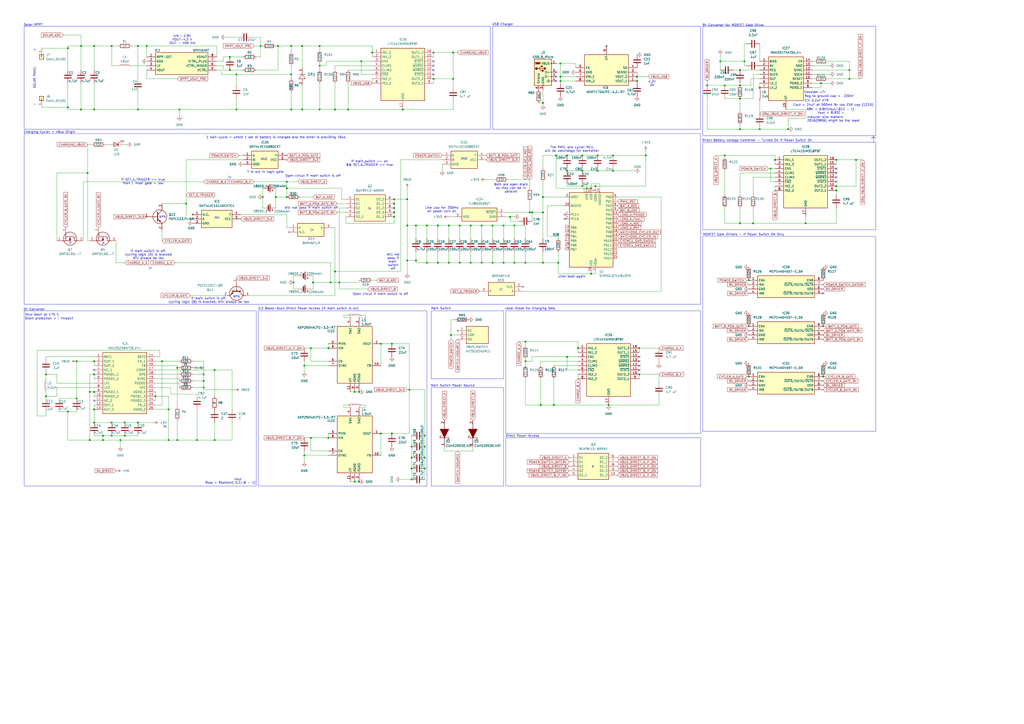
<source format=kicad_sch>
(kicad_sch (version 20231120) (generator "eeschema") (generator_version "8.0")
  (paper "A2")
  (title_block (title "Medford's CubeSat - Electrical Power System - Main") (company "MSRG"))
  (junction (at 314.96 123.19))
  (junction (at 328.93 99.06))
  (junction (at 104.14 63.5))
  (junction (at 254 130.81))
  (junction (at 152.4 114.3))
  (junction (at 80.01 245.11))
  (junction (at 64.77 26.67))
  (junction (at 236.22 130.81))
  (junction (at 346.71 99.06))
  (junction (at 215.9 30.48))
  (junction (at 247.65 130.81))
  (junction (at 52.07 227.33))
  (junction (at 176.53 212.09))
  (junction (at 208.28 227.33))
  (junction (at 54.61 63.5))
  (junction (at 59.69 255.27))
  (junction (at 431.8 35.56))
  (junction (at 54.61 245.11))
  (junction (at 260.35 130.81))
  (junction (at 168.91 63.5))
  (junction (at 181.61 163.83))
  (junction (at 205.74 279.4))
  (junction (at 417.83 35.56))
  (junction (at 337.82 99.06))
  (junction (at 314.96 152.4))
  (junction (at 151.13 26.67))
  (junction (at 304.8 198.12))
  (junction (at 260.35 152.4))
  (junction (at 238.76 278.13))
  (junction (at 434.34 218.44))
  (junction (at 369.57 44.45))
  (junction (at 208.28 279.4))
  (junction (at 194.31 157.48))
  (junction (at 246.38 259.08))
  (junction (at 180.34 254))
  (junction (at 168.91 26.67))
  (junction (at 273.05 130.81))
  (junction (at 166.37 109.22))
  (junction (at 340.36 109.22))
  (junction (at 314.96 114.3))
  (junction (at 492.76 45.72))
  (junction (at 449.58 92.71))
  (junction (at 298.45 130.81))
  (junction (at 190.5 201.93))
  (junction (at 209.55 35.56))
  (junction (at 251.46 45.72))
  (junction (at 107.95 118.11))
  (junction (at 137.16 43.18))
  (junction (at 325.12 46.99))
  (junction (at 476.25 48.26))
  (junction (at 238.76 265.43))
  (junction (at 440.69 50.8))
  (junction (at 54.61 227.33))
  (junction (at 52.07 255.27))
  (junction (at 485.14 107.95))
  (junction (at 477.52 189.23))
  (junction (at 160.02 114.3))
  (junction (at 328.93 90.17))
  (junction (at 304.8 209.55))
  (junction (at 233.68 63.5))
  (junction (at 166.37 114.3))
  (junction (at 72.39 245.11))
  (junction (at 292.1 130.81))
  (junction (at 46.99 63.5))
  (junction (at 492.76 40.64))
  (junction (at 477.52 218.44))
  (junction (at 346.71 90.17))
  (junction (at 118.11 217.17))
  (junction (at 262.89 45.72))
  (junction (at 304.8 152.4))
  (junction (at 440.69 74.93))
  (junction (at 102.87 213.36))
  (junction (at 39.37 62.23))
  (junction (at 447.04 97.79))
  (junction (at 355.6 90.17))
  (junction (at 80.01 26.67))
  (junction (at 26.67 229.87))
  (junction (at 262.89 30.48))
  (junction (at 420.37 49.53))
  (junction (at 266.7 152.4))
  (junction (at 228.6 123.19))
  (junction (at 227.33 199.39))
  (junction (at 261.62 194.31))
  (junction (at 279.4 152.4))
  (junction (at 298.45 152.4))
  (junction (at 325.12 36.83))
  (junction (at 370.84 201.93))
  (junction (at 26.67 217.17))
  (junction (at 194.31 63.5))
  (junction (at 335.28 201.93))
  (junction (at 54.61 217.17))
  (junction (at 236.22 151.13))
  (junction (at 247.65 152.4))
  (junction (at 236.22 115.57))
  (junction (at 429.26 49.53))
  (junction (at 241.3 130.81))
  (junction (at 353.06 234.95))
  (junction (at 50.8 100.33))
  (junction (at 175.26 63.5))
  (junction (at 185.42 38.1))
  (junction (at 323.85 152.4))
  (junction (at 44.45 209.55))
  (junction (at 434.34 189.23))
  (junction (at 39.37 238.76))
  (junction (at 337.82 90.17))
  (junction (at 161.29 26.67))
  (junction (at 337.82 107.95))
  (junction (at 246.38 271.78))
  (junction (at 176.53 264.16))
  (junction (at 69.85 255.27))
  (junction (at 241.3 151.13))
  (junction (at 266.7 130.81))
  (junction (at 124.46 214.63))
  (junction (at 185.42 26.67))
  (junction (at 102.87 255.27))
  (junction (at 166.37 105.41))
  (junction (at 434.34 162.56))
  (junction (at 345.44 107.95))
  (junction (at 457.2 74.93))
  (junction (at 180.34 201.93))
  (junction (at 64.77 245.11))
  (junction (at 238.76 271.78))
  (junction (at 80.01 63.5))
  (junction (at 44.45 231.14))
  (junction (at 220.98 251.46))
  (junction (at 93.98 209.55))
  (junction (at 39.37 27.94))
  (junction (at 54.61 237.49))
  (junction (at 314.96 59.69))
  (junction (at 295.91 125.73))
  (junction (at 246.38 265.43))
  (junction (at 191.77 163.83))
  (junction (at 254 152.4))
  (junction (at 370.84 217.17))
  (junction (at 238.76 259.08))
  (junction (at 429.26 57.15))
  (junction (at 429.26 129.54))
  (junction (at 64.77 252.73))
  (junction (at 137.16 63.5))
  (junction (at 228.6 120.65))
  (junction (at 228.6 125.73))
  (junction (at 436.88 129.54))
  (junction (at 325.12 44.45))
  (junction (at 279.4 130.81))
  (junction (at 196.85 163.83))
  (junction (at 46.99 26.67))
  (junction (at 273.05 152.4))
  (junction (at 227.33 251.46))
  (junction (at 54.61 26.67))
  (junction (at 308.61 123.19))
  (junction (at 201.93 63.5))
  (junction (at 429.26 40.64))
  (junction (at 496.57 92.71))
  (junction (at 168.91 43.18))
  (junction (at 321.31 234.95))
  (junction (at 467.36 129.54))
  (junction (at 410.21 49.53))
  (junction (at 97.79 237.49))
  (junction (at 228.6 115.57))
  (junction (at 72.39 252.73))
  (junction (at 133.35 40.64))
  (junction (at 342.9 109.22))
  (junction (at 118.11 224.79))
  (junction (at 54.61 209.55))
  (junction (at 190.5 254))
  (junction (at 342.9 158.75))
  (junction (at 292.1 152.4))
  (junction (at 59.69 252.73))
  (junction (at 369.57 46.99))
  (junction (at 246.38 252.73))
  (junction (at 175.26 26.67))
  (junction (at 220.98 199.39))
  (junction (at 85.09 26.67))
  (junction (at 328.93 207.01))
  (junction (at 90.17 229.87))
  (junction (at 485.14 110.49))
  (junction (at 118.11 220.98))
  (junction (at 133.35 33.02))
  (junction (at 374.65 90.17))
  (junction (at 124.46 255.27))
  (junction (at 170.18 163.83))
  (junction (at 485.14 92.71))
  (junction (at 228.6 118.11))
  (junction (at 429.26 74.93))
  (junction (at 285.75 130.81))
  (junction (at 114.3 255.27))
  (junction (at 97.79 255.27))
  (junction (at 185.42 63.5))
  (junction (at 313.69 234.95))
  (junction (at 307.34 123.19))
  (junction (at 355.6 99.06))
  (junction (at 237.49 226.06))
  (junction (at 205.74 227.33))
  (junction (at 251.46 30.48))
  (junction (at 322.58 90.17))
  (junction (at 420.37 90.17))
  (junction (at 285.75 152.4))
  (no_connect (at 251.46 35.56))
  (no_connect (at 327.66 124.46))
  (no_connect (at 54.61 214.63))
  (no_connect (at 251.46 38.1))
  (no_connect (at 351.79 26.67))
  (no_connect (at 251.46 43.18))
  (no_connect (at 370.84 209.55))
  (no_connect (at 322.58 44.45))
  (no_connect (at 251.46 40.64))
  (no_connect (at 477.52 170.18))
  (no_connect (at 54.61 232.41))
  (no_connect (at 485.14 100.33))
  (no_connect (at 322.58 41.91))
  (no_connect (at 485.14 97.79))
  (no_connect (at 327.66 127))
  (no_connect (at 322.58 46.99))
  (no_connect (at 485.14 102.87))
  (no_connect (at 370.84 214.63))
  (no_connect (at 370.84 212.09))
  (no_connect (at 370.84 207.01))
  (no_connect (at 485.14 105.41))
  (wire (pts (xy 261.62 185.42) (xy 264.16 185.42)))
  (wire (pts (xy 440.69 74.93) (xy 429.26 74.93)))
  (wire (pts (xy 228.6 125.73) (xy 228.6 129.54)))
  (wire (pts (xy 190.5 199.39) (xy 190.5 201.93)))
  (wire (pts (xy 346.71 99.06) (xy 346.71 97.79)))
  (wire (pts (xy 322.58 90.17) (xy 328.93 90.17)))
  (wire (pts (xy 325.12 36.83) (xy 334.01 36.83)))
  (wire (pts (xy 370.84 201.93) (xy 370.84 204.47)))
  (wire (pts (xy 471.17 50.8) (xy 476.25 50.8)))
  (wire (pts (xy 39.37 62.23) (xy 39.37 63.5)))
  (wire (pts (xy 76.2 38.1) (xy 85.09 38.1)))
  (wire (pts (xy 313.69 234.95) (xy 321.31 234.95)))
  (wire (pts (xy 238.76 252.73) (xy 238.76 259.08)))
  (wire (pts (xy 285.75 130.81) (xy 285.75 138.43)))
  (wire (pts (xy 417.83 31.75) (xy 417.83 35.56)))
  (wire (pts (xy 298.45 125.73) (xy 295.91 125.73)))
  (wire (pts (xy 205.74 227.33) (xy 208.28 227.33)))
  (wire (pts (xy 180.34 261.62) (xy 180.34 254)))
  (wire (pts (xy 118.11 226.06) (xy 135.89 226.06)))
  (wire (pts (xy 369.57 44.45) (xy 369.57 46.99)))
  (polyline (pts (xy 506.73 82.55) (xy 506.73 82.55)))
  (wire (pts (xy 46.99 26.67) (xy 46.99 20.32)))
  (wire (pts (xy 176.53 254) (xy 180.34 254)))
  (wire (pts (xy 273.05 146.05) (xy 273.05 152.4)))
  (wire (pts (xy 314.96 114.3) (xy 314.96 123.19)))
  (wire (pts (xy 298.45 130.81) (xy 304.8 130.81)))
  (wire (pts (xy 64.77 26.67) (xy 64.77 38.1)))
  (wire (pts (xy 241.3 152.4) (xy 247.65 152.4)))
  (wire (pts (xy 39.37 27.94) (xy 39.37 40.64)))
  (wire (pts (xy 180.34 167.64) (xy 181.61 167.64)))
  (wire (pts (xy 410.21 57.15) (xy 410.21 74.93)))
  (wire (pts (xy 304.8 152.4) (xy 314.96 152.4)))
  (wire (pts (xy 215.9 45.72) (xy 215.9 48.26)))
  (wire (pts (xy 209.55 234.95) (xy 212.09 234.95)))
  (wire (pts (xy 151.13 21.59) (xy 146.05 21.59)))
  (wire (pts (xy 370.84 217.17) (xy 370.84 219.71)))
  (wire (pts (xy 52.07 255.27) (xy 59.69 255.27)))
  (wire (pts (xy 429.26 57.15) (xy 429.26 64.77)))
  (wire (pts (xy 410.21 49.53) (xy 420.37 49.53)))
  (wire (pts (xy 355.6 90.17) (xy 374.65 90.17)))
  (wire (pts (xy 90.17 217.17) (xy 104.14 217.17)))
  (wire (pts (xy 107.95 127) (xy 111.76 127)))
  (wire (pts (xy 346.71 90.17) (xy 355.6 90.17)))
  (wire (pts (xy 236.22 115.57) (xy 236.22 130.81)))
  (wire (pts (xy 337.82 99.06) (xy 328.93 99.06)))
  (wire (pts (xy 237.49 199.39) (xy 237.49 226.06)))
  (wire (pts (xy 238.76 259.08) (xy 238.76 265.43)))
  (wire (pts (xy 314.96 146.05) (xy 314.96 152.4)))
  (wire (pts (xy 241.3 130.81) (xy 241.3 138.43)))
  (wire (pts (xy 485.14 110.49) (xy 485.14 113.03)))
  (wire (pts (xy 337.82 106.68) (xy 337.82 107.95)))
  (wire (pts (xy 138.43 90.17) (xy 140.97 90.17)))
  (wire (pts (xy 328.93 90.17) (xy 337.82 90.17)))
  (wire (pts (xy 447.04 97.79) (xy 449.58 97.79)))
  (wire (pts (xy 209.55 182.88) (xy 212.09 182.88)))
  (wire (pts (xy 313.69 219.71) (xy 313.69 234.95)))
  (wire (pts (xy 212.09 236.22) (xy 208.28 236.22)))
  (wire (pts (xy 114.3 229.87) (xy 114.3 228.6)))
  (wire (pts (xy 241.3 151.13) (xy 241.3 152.4)))
  (wire (pts (xy 236.22 151.13) (xy 241.3 151.13)))
  (wire (pts (xy 46.99 26.67) (xy 54.61 26.67)))
  (wire (pts (xy 176.53 264.16) (xy 190.5 264.16)))
  (wire (pts (xy 345.44 107.95) (xy 374.65 107.95)))
  (wire (pts (xy 300.99 128.27) (xy 295.91 128.27)))
  (wire (pts (xy 185.42 26.67) (xy 185.42 29.21)))
  (wire (pts (xy 99.06 228.6) (xy 99.06 224.79)))
  (wire (pts (xy 39.37 26.67) (xy 39.37 27.94)))
  (wire (pts (xy 308.61 123.19) (xy 314.96 123.19)))
  (wire (pts (xy 328.93 97.79) (xy 328.93 99.06)))
  (wire (pts (xy 166.37 109.22) (xy 198.12 109.22)))
  (wire (pts (xy 436.88 43.18) (xy 436.88 57.15)))
  (wire (pts (xy 322.58 90.17) (xy 322.58 109.22)))
  (wire (pts (xy 33.02 229.87) (xy 26.67 229.87)))
  (wire (pts (xy 304.8 198.12) (xy 304.8 200.66)))
  (wire (pts (xy 429.26 72.39) (xy 429.26 74.93)))
  (wire (pts (xy 294.64 104.14) (xy 307.34 104.14)))
  (wire (pts (xy 54.61 63.5) (xy 46.99 63.5)))
  (wire (pts (xy 137.16 43.18) (xy 128.27 43.18)))
  (wire (pts (xy 104.14 63.5) (xy 137.16 63.5)))
  (wire (pts (xy 26.67 241.3) (xy 21.59 241.3)))
  (wire (pts (xy 431.8 35.56) (xy 431.8 38.1)))
  (wire (pts (xy 476.25 48.26) (xy 481.33 48.26)))
  (wire (pts (xy 293.37 123.19) (xy 307.34 123.19)))
  (wire (pts (xy 260.35 125.73) (xy 262.89 125.73)))
  (wire (pts (xy 429.26 49.53) (xy 429.26 48.26)))
  (wire (pts (xy 67.31 152.4) (xy 72.39 152.4)))
  (wire (pts (xy 317.5 137.16) (xy 323.85 137.16)))
  (wire (pts (xy 198.12 109.22) (xy 198.12 115.57)))
  (wire (pts (xy 246.38 226.06) (xy 246.38 252.73)))
  (wire (pts (xy 180.34 209.55) (xy 180.34 201.93)))
  (wire (pts (xy 137.16 63.5) (xy 168.91 63.5)))
  (wire (pts (xy 196.85 163.83) (xy 208.28 163.83)))
  (wire (pts (xy 457.2 68.58) (xy 457.2 74.93)))
  (wire (pts (xy 304.8 209.55) (xy 304.8 208.28)))
  (wire (pts (xy 322.58 109.22) (xy 340.36 109.22)))
  (wire (pts (xy 161.29 26.67) (xy 161.29 40.64)))
  (wire (pts (xy 304.8 234.95) (xy 313.69 234.95)))
  (wire (pts (xy 236.22 130.81) (xy 236.22 151.13)))
  (wire (pts (xy 325.12 46.99) (xy 334.01 46.99)))
  (wire (pts (xy 308.61 209.55) (xy 304.8 209.55)))
  (wire (pts (xy 54.61 224.79) (xy 33.02 224.79)))
  (wire (pts (xy 168.91 53.34) (xy 168.91 63.5)))
  (wire (pts (xy 345.44 158.75) (xy 345.44 157.48)))
  (wire (pts (xy 254 146.05) (xy 254 152.4)))
  (wire (pts (xy 124.46 245.11) (xy 124.46 255.27)))
  (wire (pts (xy 266.7 130.81) (xy 273.05 130.81)))
  (wire (pts (xy 342.9 106.68) (xy 347.98 106.68)))
  (wire (pts (xy 176.53 201.93) (xy 180.34 201.93)))
  (wire (pts (xy 435.61 49.53) (xy 429.26 49.53)))
  (wire (pts (xy 176.53 267.97) (xy 176.53 264.16)))
  (wire (pts (xy 172.72 105.41) (xy 166.37 105.41)))
  (wire (pts (xy 48.26 105.41) (xy 118.11 105.41)))
  (wire (pts (xy 227.33 199.39) (xy 220.98 199.39)))
  (wire (pts (xy 313.69 209.55) (xy 313.69 212.09)))
  (wire (pts (xy 133.35 33.02) (xy 140.97 33.02)))
  (wire (pts (xy 287.02 104.14) (xy 281.94 104.14)))
  (wire (pts (xy 447.04 105.41) (xy 447.04 97.79)))
  (wire (pts (xy 209.55 43.18) (xy 209.55 35.56)))
  (wire (pts (xy 175.26 49.53) (xy 175.26 63.5)))
  (wire (pts (xy 196.85 163.83) (xy 196.85 167.64)))
  (wire (pts (xy 279.4 130.81) (xy 285.75 130.81)))
  (wire (pts (xy 180.34 254) (xy 190.5 254)))
  (wire (pts (xy 353.06 234.95) (xy 382.27 234.95)))
  (wire (pts (xy 166.37 109.22) (xy 166.37 114.3)))
  (wire (pts (xy 215.9 26.67) (xy 215.9 30.48)))
  (wire (pts (xy 429.26 74.93) (xy 410.21 74.93)))
  (wire (pts (xy 246.38 226.06) (xy 237.49 226.06)))
  (wire (pts (xy 370.84 201.93) (xy 382.27 201.93)))
  (wire (pts (xy 54.61 227.33) (xy 54.61 229.87)))
  (wire (pts (xy 59.69 255.27) (xy 69.85 255.27)))
  (wire (pts (xy 189.23 38.1) (xy 185.42 38.1)))
  (wire (pts (xy 72.39 252.73) (xy 80.01 252.73)))
  (wire (pts (xy 39.37 255.27) (xy 52.07 255.27)))
  (wire (pts (xy 232.41 92.71) (xy 256.54 92.71)))
  (wire (pts (xy 335.28 209.55) (xy 313.69 209.55)))
  (wire (pts (xy 26.67 207.01) (xy 54.61 207.01)))
  (wire (pts (xy 97.79 229.87) (xy 97.79 237.49)))
  (wire (pts (xy 215.9 43.18) (xy 209.55 43.18)))
  (wire (pts (xy 433.07 162.56) (xy 434.34 162.56)))
  (wire (pts (xy 420.37 90.17) (xy 420.37 91.44)))
  (wire (pts (xy 342.9 158.75) (xy 342.9 157.48)))
  (wire (pts (xy 24.13 62.23) (xy 39.37 62.23)))
  (wire (pts (xy 308.61 123.19) (xy 308.61 128.27)))
  (wire (pts (xy 152.4 109.22) (xy 152.4 114.3)))
  (wire (pts (xy 227.33 199.39) (xy 237.49 199.39)))
  (wire (pts (xy 137.16 57.15) (xy 137.16 63.5)))
  (wire (pts (xy 52.07 217.17) (xy 52.07 227.33)))
  (wire (pts (xy 325.12 46.99) (xy 325.12 48.26)))
  (wire (pts (xy 160.02 114.3) (xy 160.02 120.65)))
  (wire (pts (xy 228.6 118.11) (xy 228.6 120.65)))
  (wire (pts (xy 160.02 114.3) (xy 166.37 114.3)))
  (wire (pts (xy 161.29 40.64) (xy 148.59 40.64)))
  (wire (pts (xy 279.4 152.4) (xy 285.75 152.4)))
  (wire (pts (xy 137.16 49.53) (xy 137.16 43.18)))
  (wire (pts (xy 50.8 83.82) (xy 53.34 83.82)))
  (wire (pts (xy 148.59 33.02) (xy 151.13 33.02)))
  (wire (pts (xy 467.36 129.54) (xy 485.14 129.54)))
  (wire (pts (xy 369.57 44.45) (xy 375.92 44.45)))
  (wire (pts (xy 54.61 234.95) (xy 54.61 237.49)))
  (wire (pts (xy 335.28 214.63) (xy 328.93 214.63)))
  (wire (pts (xy 369.57 41.91) (xy 369.57 44.45)))
  (wire (pts (xy 227.33 251.46) (xy 220.98 251.46)))
  (wire (pts (xy 440.69 58.42) (xy 440.69 66.04)))
  (polyline (pts (xy 506.73 80.01) (xy 506.73 82.55)))
  (wire (pts (xy 266.7 130.81) (xy 266.7 138.43)))
  (wire (pts (xy 175.26 63.5) (xy 185.42 63.5)))
  (wire (pts (xy 440.69 45.72) (xy 435.61 45.72)))
  (wire (pts (xy 194.31 157.48) (xy 232.41 157.48)))
  (wire (pts (xy 220.98 251.46) (xy 220.98 264.16)))
  (wire (pts (xy 304.8 209.55) (xy 304.8 212.09)))
  (wire (pts (xy 194.31 171.45) (xy 194.31 157.48)))
  (wire (pts (xy 194.31 48.26) (xy 194.31 63.5)))
  (wire (pts (xy 193.04 132.08) (xy 194.31 132.08)))
  (wire (pts (xy 307.34 116.84) (xy 307.34 123.19)))
  (wire (pts (xy 471.17 38.1) (xy 481.33 38.1)))
  (wire (pts (xy 251.46 45.72) (xy 251.46 48.26)))
  (wire (pts (xy 492.76 40.64) (xy 492.76 45.72)))
  (wire (pts (xy 118.11 224.79) (xy 118.11 226.06)))
  (wire (pts (xy 118.11 209.55) (xy 118.11 217.17)))
  (wire (pts (xy 46.99 26.67) (xy 46.99 40.64)))
  (wire (pts (xy 467.36 63.5) (xy 467.36 68.58)))
  (wire (pts (xy 129.54 35.56) (xy 129.54 33.02)))
  (wire (pts (xy 246.38 252.73) (xy 246.38 259.08)))
  (wire (pts (xy 54.61 217.17) (xy 54.61 219.71)))
  (wire (pts (xy 308.61 207.01) (xy 308.61 209.55)))
  (wire (pts (xy 69.85 255.27) (xy 69.85 259.08)))
  (wire (pts (xy 160.02 109.22) (xy 160.02 114.3)))
  (wire (pts (xy 212.09 234.95) (xy 212.09 236.22)))
  (wire (pts (xy 415.29 90.17) (xy 420.37 90.17)))
  (wire (pts (xy 307.34 104.14) (xy 307.34 109.22)))
  (wire (pts (xy 410.21 46.99) (xy 410.21 49.53)))
  (wire (pts (xy 161.29 26.67) (xy 168.91 26.67)))
  (wire (pts (xy 104.14 63.5) (xy 104.14 67.31)))
  (wire (pts (xy 346.71 99.06) (xy 355.6 99.06)))
  (wire (pts (xy 478.79 218.44) (xy 477.52 218.44)))
  (wire (pts (xy 215.9 35.56) (xy 209.55 35.56)))
  (wire (pts (xy 485.14 92.71) (xy 496.57 92.71)))
  (wire (pts (xy 198.12 115.57) (xy 200.66 115.57)))
  (wire (pts (xy 440.69 48.26) (xy 440.69 50.8)))
  (wire (pts (xy 241.3 146.05) (xy 241.3 151.13)))
  (wire (pts (xy 80.01 26.67) (xy 85.09 26.67)))
  (wire (pts (xy 436.88 120.65) (xy 436.88 129.54)))
  (wire (pts (xy 128.27 43.18) (xy 128.27 40.64)))
  (wire (pts (xy 48.26 139.7) (xy 48.26 105.41)))
  (wire (pts (xy 124.46 255.27) (xy 134.62 255.27)))
  (wire (pts (xy 335.28 201.93) (xy 335.28 204.47)))
  (wire (pts (xy 85.09 45.72) (xy 102.87 45.72)))
  (wire (pts (xy 232.41 278.13) (xy 238.76 278.13)))
  (wire (pts (xy 215.9 38.1) (xy 194.31 38.1)))
  (wire (pts (xy 374.65 87.63) (xy 374.65 90.17)))
  (wire (pts (xy 220.98 199.39) (xy 220.98 212.09)))
  (wire (pts (xy 208.28 163.83) (xy 208.28 162.56)))
  (wire (pts (xy 176.53 264.16) (xy 176.53 261.62)))
  (wire (pts (xy 26.67 229.87) (xy 26.67 231.14)))
  (polyline (pts (xy 505.46 80.01) (xy 508 80.01)))
  (wire (pts (xy 236.22 226.06) (xy 237.49 226.06)))
  (wire (pts (xy 335.28 198.12) (xy 335.28 201.93)))
  (wire (pts (xy 228.6 120.65) (xy 228.6 123.19)))
  (wire (pts (xy 102.87 243.84) (xy 102.87 255.27)))
  (wire (pts (xy 199.39 184.15) (xy 199.39 182.88)))
  (wire (pts (xy 433.07 189.23) (xy 434.34 189.23)))
  (wire (pts (xy 328.93 107.95) (xy 328.93 106.68)))
  (wire (pts (xy 130.81 21.59) (xy 138.43 21.59)))
  (wire (pts (xy 110.49 171.45) (xy 129.54 171.45)))
  (wire (pts (xy 215.9 30.48) (xy 215.9 33.02)))
  (wire (pts (xy 485.14 120.65) (xy 485.14 129.54)))
  (wire (pts (xy 292.1 152.4) (xy 298.45 152.4)))
  (wire (pts (xy 76.2 26.67) (xy 80.01 26.67)))
  (wire (pts (xy 125.73 33.02) (xy 125.73 26.67)))
  (wire (pts (xy 90.17 219.71) (xy 104.14 219.71)))
  (wire (pts (xy 325.12 44.45) (xy 325.12 46.99)))
  (wire (pts (xy 90.17 234.95) (xy 93.98 234.95)))
  (wire (pts (xy 215.9 162.56) (xy 218.44 162.56)))
  (wire (pts (xy 180.34 209.55) (xy 190.5 209.55)))
  (wire (pts (xy 133.35 40.64) (xy 140.97 40.64)))
  (wire (pts (xy 254 152.4) (xy 260.35 152.4)))
  (wire (pts (xy 26.67 217.17) (xy 26.67 219.71)))
  (wire (pts (xy 212.09 184.15) (xy 208.28 184.15)))
  (wire (pts (xy 237.49 226.06) (xy 237.49 251.46)))
  (wire (pts (xy 383.54 168.91) (xy 303.53 168.91)))
  (wire (pts (xy 317.5 119.38) (xy 317.5 137.16)))
  (wire (pts (xy 292.1 146.05) (xy 292.1 152.4)))
  (wire (pts (xy 166.37 105.41) (xy 166.37 109.22)))
  (wire (pts (xy 168.91 26.67) (xy 175.26 26.67)))
  (wire (pts (xy 440.69 25.4) (xy 440.69 35.56)))
  (wire (pts (xy 265.43 194.31) (xy 261.62 194.31)))
  (wire (pts (xy 251.46 30.48) (xy 262.89 30.48)))
  (wire (pts (xy 304.8 146.05) (xy 304.8 152.4)))
  (wire (pts (xy 34.29 238.76) (xy 39.37 238.76)))
  (wire (pts (xy 420.37 120.65) (xy 420.37 129.54)))
  (wire (pts (xy 147.32 105.41) (xy 166.37 105.41)))
  (wire (pts (xy 194.31 63.5) (xy 201.93 63.5)))
  (wire (pts (xy 54.61 252.73) (xy 59.69 252.73)))
  (wire (pts (xy 67.31 139.7) (xy 67.31 152.4)))
  (wire (pts (xy 181.61 160.02) (xy 180.34 160.02)))
  (wire (pts (xy 189.23 35.56) (xy 189.23 38.1)))
  (wire (pts (xy 118.11 217.17) (xy 118.11 220.98)))
  (wire (pts (xy 73.66 83.82) (xy 71.12 83.82)))
  (wire (pts (xy 285.75 152.4) (xy 292.1 152.4)))
  (wire (pts (xy 54.61 26.67) (xy 54.61 40.64)))
  (wire (pts (xy 425.45 40.64) (xy 429.26 40.64)))
  (wire (pts (xy 420.37 90.17) (xy 449.58 90.17)))
  (wire (pts (xy 327.66 119.38) (xy 317.5 119.38)))
  (wire (pts (xy 369.57 48.26) (xy 369.57 46.99)))
  (wire (pts (xy 312.42 59.69) (xy 314.96 59.69)))
  (wire (pts (xy 102.87 213.36) (xy 102.87 236.22)))
  (wire (pts (xy 232.41 92.71) (xy 232.41 157.48)))
  (wire (pts (xy 382.27 229.87) (xy 382.27 234.95)))
  (wire (pts (xy 236.22 151.13) (xy 236.22 158.75)))
  (wire (pts (xy 125.73 35.56) (xy 129.54 35.56)))
  (wire (pts (xy 420.37 49.53) (xy 429.26 49.53)))
  (wire (pts (xy 449.58 100.33) (xy 429.26 100.33)))
  (wire (pts (xy 262.89 30.48) (xy 265.43 30.48)))
  (wire (pts (xy 134.62 245.11) (xy 134.62 255.27)))
  (wire (pts (xy 93.98 133.35) (xy 93.98 139.7)))
  (wire (pts (xy 247.65 152.4) (xy 254 152.4)))
  (wire (pts (xy 496.57 92.71) (xy 496.57 107.95)))
  (wire (pts (xy 166.37 132.08) (xy 167.64 132.08)))
  (wire (pts (xy 476.25 50.8) (xy 476.25 48.26)))
  (wire (pts (xy 471.17 48.26) (xy 476.25 48.26)))
  (wire (pts (xy 191.77 152.4) (xy 191.77 163.83)))
  (wire (pts (xy 176.53 212.09) (xy 190.5 212.09)))
  (wire (pts (xy 92.71 203.2) (xy 92.71 207.01)))
  (wire (pts (xy 181.61 163.83) (xy 181.61 167.64)))
  (wire (pts (xy 90.17 227.33) (xy 90.17 229.87)))
  (wire (pts (xy 236.22 109.22) (xy 236.22 115.57)))
  (wire (pts (xy 485.14 107.95) (xy 485.14 110.49)))
  (wire (pts (xy 480.06 45.72) (xy 492.76 45.72)))
  (wire (pts (xy 273.05 152.4) (xy 279.4 152.4)))
  (wire (pts (xy 72.39 245.11) (xy 80.01 245.11)))
  (wire (pts (xy 295.91 128.27) (xy 295.91 125.73)))
  (wire (pts (xy 93.98 234.95) (xy 93.98 209.55)))
  (wire (pts (xy 323.85 146.05) (xy 323.85 152.4)))
  (wire (pts (xy 64.77 26.67) (xy 68.58 26.67)))
  (wire (pts (xy 102.87 213.36) (xy 104.14 213.36)))
  (wire (pts (xy 342.9 158.75) (xy 345.44 158.75)))
  (wire (pts (xy 321.31 212.09) (xy 335.28 212.09)))
  (wire (pts (xy 175.26 63.5) (xy 168.91 63.5)))
  (wire (pts (xy 251.46 30.48) (xy 251.46 33.02)))
  (wire (pts (xy 228.6 115.57) (xy 228.6 118.11)))
  (wire (pts (xy 247.65 130.81) (xy 247.65 138.43)))
  (wire (pts (xy 44.45 209.55) (xy 54.61 209.55)))
  (wire (pts (xy 46.99 63.5) (xy 39.37 63.5)))
  (wire (pts (xy 168.91 38.1) (xy 168.91 43.18)))
  (wire (pts (xy 85.09 26.67) (xy 85.09 33.02)))
  (wire (pts (xy 64.77 245.11) (xy 72.39 245.11)))
  (wire (pts (xy 54.61 245.11) (xy 64.77 245.11)))
  (wire (pts (xy 33.02 224.79) (xy 33.02 229.87)))
  (wire (pts (xy 124.46 214.63) (xy 124.46 229.87)))
  (wire (pts (xy 26.67 215.9) (xy 26.67 217.17)))
  (wire (pts (xy 185.42 38.1) (xy 185.42 36.83)))
  (wire (pts (xy 292.1 130.81) (xy 298.45 130.81)))
  (wire (pts (xy 383.54 114.3) (xy 383.54 168.91)))
  (wire (pts (xy 256.54 99.06) (xy 256.54 95.25)))
  (wire (pts (xy 203.2 184.15) (xy 199.39 184.15)))
  (wire (pts (xy 118.11 220.98) (xy 118.11 224.79)))
  (wire (pts (xy 337.82 90.17) (xy 346.71 90.17)))
  (wire (pts (xy 429.26 120.65) (xy 429.26 129.54)))
  (wire (pts (xy 314.96 105.41) (xy 314.96 114.3)))
  (wire (pts (xy 185.42 38.1) (xy 185.42 40.64)))
  (wire (pts (xy 298.45 146.05) (xy 298.45 152.4)))
  (wire (pts (xy 254 130.81) (xy 254 138.43)))
  (wire (pts (xy 170.18 160.02) (xy 170.18 163.83)))
  (wire (pts (xy 125.73 38.1) (xy 129.54 38.1)))
  (wire (pts (xy 261.62 194.31) (xy 261.62 196.85)))
  (wire (pts (xy 129.54 33.02) (xy 133.35 33.02)))
  (wire (pts (xy 304.8 130.81) (xy 304.8 138.43)))
  (wire (pts (xy 322.58 36.83) (xy 325.12 36.83)))
  (wire (pts (xy 455.93 63.5) (xy 467.36 63.5)))
  (wire (pts (xy 279.4 130.81) (xy 279.4 138.43)))
  (wire (pts (xy 212.09 182.88) (xy 212.09 184.15)))
  (wire (pts (xy 92.71 207.01) (xy 90.17 207.01)))
  (wire (pts (xy 342.9 109.22) (xy 342.9 106.68)))
  (wire (pts (xy 323.85 158.75) (xy 323.85 152.4)))
  (wire (pts (xy 21.59 203.2) (xy 92.71 203.2)))
  (wire (pts (xy 175.26 26.67) (xy 185.42 26.67)))
  (wire (pts (xy 50.8 83.82) (xy 50.8 100.33)))
  (wire (pts (xy 111.76 217.17) (xy 118.11 217.17)))
  (wire (pts (xy 436.88 57.15) (xy 429.26 57.15)))
  (wire (pts (xy 166.37 132.08) (xy 166.37 124.46)))
  (wire (pts (xy 90.17 229.87) (xy 90.17 232.41)))
  (wire (pts (xy 90.17 229.87) (xy 97.79 229.87)))
  (wire (pts (xy 195.58 118.11) (xy 200.66 118.11)))
  (wire (pts (xy 246.38 271.78) (xy 246.38 278.13)))
  (wire (pts (xy 200.66 129.54) (xy 228.6 129.54)))
  (wire (pts (xy 129.54 38.1) (xy 129.54 40.64)))
  (wire (pts (xy 431.8 35.56) (xy 417.83 35.56)))
  (wire (pts (xy 200.66 125.73) (xy 200.66 129.54)))
  (wire (pts (xy 347.98 106.68) (xy 347.98 109.22)))
  (wire (pts (xy 478.79 189.23) (xy 477.52 189.23)))
  (wire (pts (xy 111.76 220.98) (xy 118.11 220.98)))
  (wire (pts (xy 54.61 26.67) (xy 64.77 26.67)))
  (wire (pts (xy 436.88 129.54) (xy 467.36 129.54)))
  (wire (pts (xy 33.02 100.33) (xy 50.8 100.33)))
  (wire (pts (xy 114.3 228.6) (xy 99.06 228.6)))
  (wire (pts (xy 449.58 90.17) (xy 449.58 92.71)))
  (wire (pts (xy 485.14 107.95) (xy 496.57 107.95)))
  (wire (pts (xy 236.22 130.81) (xy 241.3 130.81)))
  (wire (pts (xy 54.61 217.17) (xy 52.07 217.17)))
  (wire (pts (xy 440.69 43.18) (xy 436.88 43.18)))
  (wire (pts (xy 203.2 279.4) (xy 205.74 279.4)))
  (wire (pts (xy 314.96 90.17) (xy 322.58 90.17)))
  (wire (pts (xy 355.6 99.06) (xy 355.6 97.79)))
  (wire (pts (xy 485.14 92.71) (xy 485.14 95.25)))
  (wire (pts (xy 90.17 209.55) (xy 93.98 209.55)))
  (wire (pts (xy 114.3 237.49) (xy 114.3 255.27)))
  (wire (pts (xy 433.07 218.44) (xy 434.34 218.44)))
  (wire (pts (xy 134.62 214.63) (xy 124.46 214.63)))
  (wire (pts (xy 337.82 107.95) (xy 328.93 107.95)))
  (wire (pts (xy 266.7 152.4) (xy 273.05 152.4)))
  (wire (pts (xy 228.6 123.19) (xy 228.6 125.73)))
  (wire (pts (xy 52.07 227.33) (xy 52.07 255.27)))
  (wire (pts (xy 181.61 163.83) (xy 191.77 163.83)))
  (wire (pts (xy 345.44 109.22) (xy 345.44 107.95)))
  (wire (pts (xy 298.45 152.4) (xy 304.8 152.4)))
  (wire (pts (xy 194.31 38.1) (xy 194.31 40.64)))
  (wire (pts (xy 80.01 245.11) (xy 88.9 245.11)))
  (wire (pts (xy 436.88 102.87) (xy 449.58 102.87)))
  (wire (pts (xy 420.37 99.06) (xy 420.37 113.03)))
  (wire (pts (xy 471.17 40.64) (xy 492.76 40.64)))
  (wire (pts (xy 314.96 123.19) (xy 314.96 138.43)))
  (wire (pts (xy 429.26 40.64) (xy 440.69 40.64)))
  (wire (pts (xy 151.13 26.67) (xy 152.4 26.67)))
  (wire (pts (xy 170.18 167.64) (xy 170.18 163.83)))
  (wire (pts (xy 314.96 52.07) (xy 314.96 59.69)))
  (wire (pts (xy 314.96 114.3) (xy 327.66 114.3)))
  (wire (pts (xy 241.3 130.81) (xy 247.65 130.81)))
  (wire (pts (xy 471.17 35.56) (xy 472.44 35.56)))
  (wire (pts (xy 429.26 100.33) (xy 429.26 113.03)))
  (wire (pts (xy 59.69 252.73) (xy 59.69 255.27)))
  (wire (pts (xy 176.53 212.09) (xy 176.53 209.55)))
  (wire (pts (xy 50.8 100.33) (xy 50.8 139.7)))
  (wire (pts (xy 85.09 125.73) (xy 83.82 125.73)))
  (wire (pts (xy 144.78 171.45) (xy 194.31 171.45)))
  (wire (pts (xy 85.09 40.64) (xy 85.09 45.72)))
  (wire (pts (xy 445.77 97.79) (xy 447.04 97.79)))
  (wire (pts (xy 185.42 48.26) (xy 185.42 63.5)))
  (wire (pts (xy 260.35 130.81) (xy 266.7 130.81)))
  (wire (pts (xy 496.57 92.71) (xy 500.38 92.71)))
  (wire (pts (xy 111.76 224.79) (xy 118.11 224.79)))
  (wire (pts (xy 323.85 158.75) (xy 342.9 158.75)))
  (wire (pts (xy 97.79 237.49) (xy 90.17 237.49)))
  (wire (pts (xy 382.27 209.55) (xy 382.27 210.82)))
  (wire (pts (xy 93.98 209.55) (xy 104.14 209.55)))
  (wire (pts (xy 64.77 252.73) (xy 72.39 252.73)))
  (wire (pts (xy 449.58 105.41) (xy 447.04 105.41)))
  (wire (pts (xy 285.75 146.05) (xy 285.75 152.4)))
  (wire (pts (xy 257.81 261.62) (xy 274.32 261.62)))
  (wire (pts (xy 54.61 227.33) (xy 52.07 227.33)))
  (wire (pts (xy 90.17 214.63) (xy 124.46 214.63)))
  (wire (pts (xy 33.02 222.25) (xy 33.02 217.17)))
  (wire (pts (xy 335.28 207.01) (xy 328.93 207.01)))
  (wire (pts (xy 292.1 130.81) (xy 292.1 138.43)))
  (wire (pts (xy 300.99 198.12) (xy 304.8 198.12)))
  (wire (pts (xy 173.99 114.3) (xy 181.61 114.3)))
  (wire (pts (xy 101.6 152.4) (xy 191.77 152.4)))
  (wire (pts (xy 436.88 113.03) (xy 436.88 102.87)))
  (wire (pts (xy 273.05 130.81) (xy 279.4 130.81)))
  (wire (pts (xy 97.79 237.49) (xy 97.79 255.27)))
  (wire (pts (xy 39.37 238.76) (xy 44.45 238.76)))
  (wire (pts (xy 26.67 207.01) (xy 26.67 208.28)))
  (wire (pts (xy 260.35 146.05) (xy 260.35 152.4)))
  (wire (pts (xy 238.76 265.43) (xy 238.76 271.78)))
  (wire (pts (xy 107.95 92.71) (xy 140.97 92.71)))
  (wire (pts (xy 199.39 236.22) (xy 199.39 234.95)))
  (wire (pts (xy 420.37 57.15) (xy 429.26 57.15)))
  (wire (pts (xy 26.67 229.87) (xy 26.67 227.33)))
  (wire (pts (xy 435.61 45.72) (xy 435.61 49.53)))
  (wire (pts (xy 90.17 224.79) (xy 99.06 224.79)))
  (wire (pts (xy 147.32 26.67) (xy 151.13 26.67)))
  (wire (pts (xy 295.91 125.73) (xy 293.37 125.73)))
  (wire (pts (xy 111.76 209.55) (xy 118.11 209.55)))
  (wire (pts (xy 151.13 33.02) (xy 151.13 26.67)))
  (wire (pts (xy 128.27 40.64) (xy 125.73 40.64)))
  (wire (pts (xy 481.33 43.18) (xy 471.17 43.18)))
  (wire (pts (xy 247.65 146.05) (xy 247.65 152.4)))
  (wire (pts (xy 429.26 129.54) (xy 436.88 129.54)))
  (wire (pts (xy 246.38 259.08) (xy 246.38 265.43)))
  (wire (pts (xy 97.79 255.27) (xy 102.87 255.27)))
  (wire (pts (xy 104.14 222.25) (xy 90.17 222.25)))
  (wire (pts (xy 467.36 129.54) (xy 467.36 125.73)))
  (wire (pts (xy 420.37 129.54) (xy 429.26 129.54)))
  (wire (pts (xy 262.89 45.72) (xy 262.89 50.8)))
  (wire (pts (xy 44.45 231.14) (xy 44.45 209.55)))
  (wire (pts (xy 102.87 255.27) (xy 114.3 255.27)))
  (wire (pts (xy 168.91 26.67) (xy 168.91 30.48)))
  (wire (pts (xy 321.31 234.95) (xy 353.06 234.95)))
  (wire (pts (xy 194.31 157.48) (xy 194.31 132.08)))
  (wire (pts (xy 314.96 59.69) (xy 314.96 60.96)))
  (wire (pts (xy 176.53 215.9) (xy 176.53 212.09)))
  (wire (pts (xy 314.96 152.4) (xy 323.85 152.4)))
  (wire (pts (xy 185.42 63.5) (xy 194.31 63.5)))
  (wire (pts (xy 314.96 97.79) (xy 314.96 90.17)))
  (wire (pts (xy 203.2 236.22) (xy 199.39 236.22)))
  (wire (pts (xy 266.7 146.05) (xy 266.7 152.4)))
  (wire (pts (xy 24.13 27.94) (xy 39.37 27.94)))
  (wire (pts (xy 80.01 53.34) (xy 80.01 63.5)))
  (wire (pts (xy 195.58 123.19) (xy 200.66 123.19)))
  (wire (pts (xy 285.75 130.81) (xy 292.1 130.81)))
  (wire (pts (xy 227.33 251.46) (xy 237.49 251.46)))
  (wire (pts (xy 125.73 26.67) (xy 85.09 26.67)))
  (wire (pts (xy 298.45 130.81) (xy 298.45 138.43)))
  (wire (pts (xy 457.2 68.58) (xy 467.36 68.58)))
  (wire (pts (xy 46.99 20.32) (xy 36.83 20.32)))
  (wire (pts (xy 374.65 90.17) (xy 374.65 107.95)))
  (wire (pts (xy 246.38 265.43) (xy 246.38 271.78)))
  (wire (pts (xy 54.61 237.49) (xy 54.61 245.11)))
  (wire (pts (xy 213.36 167.64) (xy 196.85 167.64)))
  (wire (pts (xy 151.13 26.67) (xy 151.13 21.59)))
  (wire (pts (xy 328.93 214.63) (xy 328.93 207.01)))
  (wire (pts (xy 80.01 26.67) (xy 80.01 45.72)))
  (wire (pts (xy 262.89 45.72) (xy 262.89 30.48)))
  (wire (pts (xy 39.37 26.67) (xy 46.99 26.67)))
  (wire (pts (xy 370.84 217.17) (xy 382.27 217.17)))
  (wire (pts (xy 334.01 44.45) (xy 325.12 44.45)))
  (wire (pts (xy 33.02 139.7) (xy 33.02 100.33)))
  (wire (pts (xy 80.01 63.5) (xy 104.14 63.5)))
  (wire (pts (xy 60.96 83.82) (xy 63.5 83.82)))
  (wire (pts (xy 180.34 201.93) (xy 190.5 201.93)))
  (wire (pts (xy 168.91 43.18) (xy 168.91 45.72)))
  (wire (pts (xy 440.69 74.93) (xy 440.69 73.66)))
  (wire (pts (xy 274.32 261.62) (xy 274.32 259.08)))
  (wire (pts (xy 431.8 25.4) (xy 433.07 25.4)))
  (wire (pts (xy 203.2 227.33) (xy 205.74 227.33)))
  (wire (pts (xy 134.62 214.63) (xy 134.62 237.49)))
  (wire (pts (xy 260.35 152.4) (xy 266.7 152.4)))
  (wire (pts (xy 107.95 118.11) (xy 107.95 127)))
  (wire (pts (xy 161.29 26.67) (xy 160.02 26.67)))
  (wire (pts (xy 449.58 92.71) (xy 449.58 95.25)))
  (wire (pts (xy 340.36 109.22) (xy 342.9 109.22)))
  (wire (pts (xy 114.3 255.27) (xy 124.46 255.27)))
  (wire (pts (xy 69.85 255.27) (xy 97.79 255.27)))
  (wire (pts (xy 39.37 48.26) (xy 39.37 62.23)))
  (wire (pts (xy 175.26 26.67) (xy 175.26 39.37)))
  (wire (pts (xy 201.93 40.64) (xy 215.9 40.64)))
  (wire (pts (xy 90.17 212.09) (xy 102.87 212.09)))
  (wire (pts (xy 46.99 48.26) (xy 46.99 63.5)))
  (wire (pts (xy 261.62 185.42) (xy 261.62 194.31)))
  (wire (pts (xy 191.77 163.83) (xy 196.85 163.83)))
  (wire (pts (xy 251.46 45.72) (xy 262.89 45.72)))
  (wire (pts (xy 199.39 182.88) (xy 201.93 182.88)))
  (wire (pts (xy 152.4 114.3) (xy 152.4 120.65)))
  (wire (pts (xy 54.61 222.25) (xy 33.02 222.25)))
  (wire (pts (xy 247.65 130.81) (xy 254 130.81)))
  (wire (pts (xy 190.5 251.46) (xy 190.5 254)))
  (wire (pts (xy 54.61 48.26) (xy 54.61 63.5)))
  (wire (pts (xy 417.83 35.56) (xy 417.83 40.64)))
  (wire (pts (xy 492.76 45.72) (xy 499.11 45.72)))
  (wire (pts (xy 39.37 238.76) (xy 39.37 255.27)))
  (wire (pts (xy 321.31 219.71) (xy 321.31 234.95)))
  (wire (pts (xy 93.98 118.11) (xy 107.95 118.11)))
  (wire (pts (xy 181.61 163.83) (xy 181.61 160.02)))
  (wire (pts (xy 107.95 92.71) (xy 107.95 118.11)))
  (wire (pts (xy 34.29 231.14) (xy 44.45 231.14)))
  (wire (pts (xy 104.14 219.71) (xy 104.14 220.98)))
  (wire (pts (xy 104.14 224.79) (xy 104.14 222.25)))
  (wire (pts (xy 185.42 26.67) (xy 215.9 26.67)))
  (wire (pts (xy 335.28 217.17) (xy 335.28 219.71)))
  (wire (pts (xy 328.93 207.01) (xy 308.61 207.01)))
  (wire (pts (xy 201.93 63.5) (xy 233.68 63.5)))
  (wire (pts (xy 59.69 252.73) (xy 64.77 252.73)))
  (wire (pts (xy 279.4 146.05) (xy 279.4 152.4)))
  (wire (pts (xy 358.14 114.3) (xy 383.54 114.3)))
  (wire (pts (xy 304.8 219.71) (xy 304.8 234.95)))
  (wire (pts (xy 33.02 217.17) (xy 26.67 217.17)))
  (wire (pts (xy 180.34 261.62) (xy 190.5 261.62)))
  (wire (pts (xy 129.54 40.64) (xy 133.35 40.64)))
  (wire (pts (xy 304.8 198.12) (xy 335.28 198.12)))
  (wire (pts (xy 355.6 99.06) (xy 368.3 99.06)))
  (wire (pts (xy 166.37 124.46) (xy 139.7 124.46)))
  (wire (pts (xy 54.61 63.5) (xy 80.01 63.5)))
  (wire (pts (xy 54.61 209.55) (xy 54.61 212.09)))
  (wire (pts (xy 325.12 36.83) (xy 325.12 44.45)))
  (wire (pts (xy 102.87 212.09) (xy 102.87 213.36)))
  (wire (pts (xy 205.74 279.4) (xy 208.28 279.4)))
  (wire (pts (xy 472.44 45.72) (xy 471.17 45.72)))
  (wire (pts (xy 170.18 167.64) (xy 172.72 167.64)))
  (wire (pts (xy 196.85 120.65) (xy 196.85 163.83)))
  (wire (pts (xy 233.68 63.5) (xy 262.89 63.5)))
  (wire (pts (xy 480.06 35.56) (xy 492.76 35.56)))
  (wire (pts (xy 228.6 115.57) (xy 236.22 115.57)))
  (wire (pts (xy 323.85 137.16) (xy 323.85 138.43)))
  (wire (pts (xy 238.76 271.78) (xy 238.76 278.13)))
  (wire (pts (xy 26.67 238.76) (xy 26.67 241.3)))
  (wire (pts (xy 172.72 160.02) (xy 170.18 160.02)))
  (wire (pts (xy 209.55 35.56) (xy 189.23 35.56)))
  (wire (pts (xy 257.81 259.08) (xy 257.81 261.62)))
  (wire (pts (xy 262.89 58.42) (xy 262.89 63.5)))
  (wire (pts (xy 50.8 139.7) (xy 52.07 139.7)))
  (wire (pts (xy 337.82 107.95) (xy 345.44 107.95)))
  (wire (pts (xy 254 130.81) (xy 260.35 130.81)))
  (wire (pts (xy 334.01 39.37) (xy 334.01 36.83)))
  (wire (pts (xy 382.27 217.17) (xy 382.27 222.25)))
  (wire (pts (xy 431.8 38.1) (xy 433.07 38.1)))
  (wire (pts (xy 137.16 43.18) (xy 168.91 43.18)))
  (wire (pts (xy 21.59 241.3) (xy 21.59 203.2)))
  (wire (pts (xy 449.58 107.95) (xy 449.58 110.49)))
  (wire (pts (xy 337.82 97.79) (xy 337.82 99.06)))
  (wire (pts (xy 273.05 130.81) (xy 273.05 138.43)))
  (wire (pts (xy 64.77 38.1) (xy 68.58 38.1)))
  (wire (pts (xy 307.34 123.19) (xy 308.61 123.19)))
  (wire (pts (xy 337.82 99.06) (xy 346.71 99.06)))
  (wire (pts (xy 196.85 120.65) (xy 200.66 120.65)))
  (wire (pts (xy 492.76 35.56) (xy 492.76 40.64)))
  (wire (pts (xy 260.35 130.81) (xy 260.35 138.43)))
  (wire (pts (xy 199.39 234.95) (xy 201.93 234.95)))
  (wire (pts (xy 201.93 48.26) (xy 201.93 63.5)))
  (wire (pts (xy 440.69 74.93) (xy 457.2 74.93)))
  (wire (pts (xy 431.8 25.4) (xy 431.8 35.56)))
  (rectangle (start 250.19 224.79) (end 292.1 281.94))
  (rectangle (start 293.37 180.34) (end 406.4 251.46))
  (rectangle (start 149.86 180.34) (end 247.65 281.94))
  (rectangle (start 250.19 180.34) (end 292.1 219.71))
  (rectangle (start 13.97 15.24) (end 284.48 74.93))
  (rectangle (start 407.67 137.16) (end 508 250.19))
  (arc (start 508 80.01) (mid 507.102 79.638) (end 506.73 78.74))
  (rectangle (start 285.75 15.24) (end 406.4 74.93))
  (arc (start 506.73 78.74) (mid 506.358 79.638) (end 505.46 80.01))
  (rectangle (start 407.67 82.55) (end 508 133.35))
  (rectangle (start 13.97 77.47) (end 406.4 176.53))
  (rectangle (start 407.67 15.24) (end 508 78.74))
  (rectangle (start 13.97 180.34) (end 148.59 281.94))
  (rectangle (start 293.37 254) (end 406.4 281.94))
  (text "MOSFET Gate Drivers - If Power Switch ON Only" (at 407.67 136.144 0) (effects (font (size 1.27 1.27)) (justify left)))
  (text "Cin 2.2uF X7R" (at 473.71 58.42 0) (effects (font (size 1.27 1.27))))
  (text "Will not pass if main switch off" (at 180.594 120.65 0) (effects (font (size 1.27 1.27))))
  (text "NPN" (at 94.234 125.984 0) (effects (font (size 1.27 1.27))))
  (text "7A" (at 95.504 247.65 0) (effects (font (size 1.27 1.27))))
  (text "VIN ~ 2.9V\nVOUT-4.2 V\nIOUT - 400 mA" (at 105.664 23.114 0) (effects (font (size 1.27 1.27))))
  (text "Line Low for 200ms\non power turn on" (at 256.286 121.666 0) (effects (font (size 1.27 1.27))))
  (text ">" (at 180.848 133.35 0) (effects (font (size 2.54 2.54))))
  (text "INV" (at 125.73 126.492 0) (effects (font (size 1.27 1.27))))
  (text "Open circut if main switch is off" (at 220.726 170.688 0) (effects (font (size 1.27 1.27))))
  (text "If main switch is off,\ncycling logic (A) is blocked\nWill always be low" (at 86.106 147.828 0) (effects (font (size 1.27 1.27))))
  (text "5V Converter" (at 19.812 179.578 0) (effects (font (size 1.27 1.27))))
  (text "Inductor size matters \n2016(0806) might be the least" (at 468.122 69.088 0) (effects (font (size 1.27 1.27)) (justify left)))
  (text "68K = 6.8K(Vout/.812 - 1)\nVout = 8.932 v" (at 481.838 64.516 0) (effects (font (size 1.27 1.27))))
  (text "N" (at 343.916 270.764 0) (effects (font (size 1.27 1.27))))
  (text "Consider x7r\n" (at 472.694 53.594 0) (effects (font (size 1.27 1.27))))
  (text "chek boot again" (at 331.724 160.528 0) (effects (font (size 1.27 1.27))))
  (text "Vout" (at 137.922 278.13 0) (effects (font (size 1.27 1.27))))
  (text "if SET_A_TRIGGER == true\nthen L mosf gate = low" (at 83.058 105.41 0) (effects (font (size 1.27 1.27))))
  (text "N" (at 214.376 121.158 0) (effects (font (size 1.27 1.27))))
  (text "3.3 Boost-Buck Direct Power Access (If main switch is on)" (at 178.816 179.07 0) (effects (font (size 1.27 1.27))))
  (text "The PMIC and cycler MCU\nwill be watchdogs for eachother" (at 331.724 86.614 0) (effects (font (size 1.27 1.27))))
  (text "Shut down at 175 C" (at 24.384 182.626 0) (effects (font (size 1.27 1.27))))
  (text "USB Charger" (at 291.592 14.224 0) (effects (font (size 1.27 1.27))))
  (text "Main Switch Power Source" (at 262.636 223.774 0) (effects (font (size 1.27 1.27))))
  (text "AND" (at 153.162 92.456 0) (effects (font (size 1.27 1.27))))
  (text "Rtop = Rbottom( 5.2/.8 - 1)" (at 133.604 280.162 0) (effects (font (size 1.27 1.27))))
  (text "Direct Battery Voltage Combiner - Turned On If Power Switch On" (at 439.166 81.534 0) (effects (font (size 1.27 1.27))))
  (text "NPN" (at 137.16 172.212 0) (effects (font (size 1.27 1.27))))
  (text "If main switch is off,\ncycling logic (B) is blocked. Will always be low" (at 121.158 174.244 0) (effects (font (size 1.27 1.27))))
  (text "if main_switch == on\n&& SET_A_TRIGGER == true" (at 214.376 94.742 0) (effects (font (size 1.27 1.27))))
  (text "P" (at 59.944 141.478 0) (effects (font (size 1.27 1.27))))
  (text "Cout = 24uF at 500mA 9v low ESR cap (1210)" (at 483.362 60.96 0) (effects (font (size 1.27 1.27))))
  (text "Reg to ground cap =  220nF" (at 481.076 55.88 0) (effects (font (size 1.27 1.27))))
  (text "9V Converter for MOSFET Gate Driver" (at 407.416 14.732 0) (effects (font (size 1.27 1.27)) (justify left)))
  (text "Y is out in logic gate\n" (at 153.924 99.822 0) (effects (font (size 1.27 1.27))))
  (text "Ideal Diode for Charging Sets" (at 307.594 179.07 0) (effects (font (size 1.27 1.27))))
  (text "<" (at 290.576 167.894 0) (effects (font (size 2.54 2.54))))
  (text "1 half-cycle = where 1 set of battery is charged and the other is providing VBus\n" (at 160.02 79.756 0) (effects (font (size 1.27 1.27))))
  (text "Solar MPPT" (at 19.304 14.478 0) (effects (font (size 1.27 1.27))))
  (text "Direct Power Access" (at 303.022 252.984 0) (effects (font (size 1.27 1.27))))
  (text ">" (at 133.096 102.87 0) (effects (font (size 2.54 2.54))))
  (text "Main Switch" (at 255.778 179.07 0) (effects (font (size 1.27 1.27))))
  (text "P" (at 40.894 141.224 0) (effects (font (size 1.27 1.27))))
  (text "AND" (at 269.24 92.202 0) (effects (font (size 1.27 1.27))))
  (text "Charging Cycler + VBus Origin" (at 28.702 76.708 0) (effects (font (size 1.27 1.27))))
  (text "Will not\npass if\nmain \nswitch\noff" (at 228.092 151.892 0) (effects (font (size 1.27 1.27))))
  (text ">" (at 87.122 155.448 0) (effects (font (size 2.54 2.54))))
  (text "Open circut if main switch is off" (at 181.61 102.108 0) (effects (font (size 1.27 1.27))))
  (text "Short protection > I Thresh?" (at 28.448 184.912 0) (effects (font (size 1.27 1.27))))
  (text "Both are open drain\nso they can be in\nparallel" (at 296.418 109.22 0) (effects (font (size 1.27 1.27))))
  (text "4.2V\n2A" (at 378.206 48.514 0) (effects (font (size 1.27 1.27))))
  (text "-         SOLAR PANEL         +" (at 20.066 44.958 90) (effects (font (size 1.27 1.27))))
  (global_label "POWER_SWITCH_GATE9V" (shape input) (at 477.52 165.1 0) (property "Intersheetrefs" "${INTERSHEET_REFS}" (effects (hide yes))))
  (global_label "BATT_B_POW_GATE" (shape input) (at 433.07 189.23 180) (property "Intersheetrefs" "${INTERSHEET_REFS}" (effects (hide yes))))
  (global_label "BATT_A_POW_GATE" (shape input) (at 166.37 90.17 0) (property "Intersheetrefs" "${INTERSHEET_REFS}" (effects (hide yes))))
  (global_label "BATT_B_POW_GATE_9V" (shape input) (at 477.52 196.85 0) (property "Intersheetrefs" "${INTERSHEET_REFS}" (effects (hide yes))))
  (global_label "VBUS_DIRECT_A_IF_ON" (shape input) (at 358.14 275.59 0) (property "Intersheetrefs" "${INTERSHEET_REFS}" (effects (hide yes))))
  (global_label "9V_DRIVER" (shape input) (at 477.52 167.64 0) (property "Intersheetrefs" "${INTERSHEET_REFS}" (effects (hide yes))))
  (global_label "9V_DRIVER" (shape input) (at 434.34 196.85 180) (property "Intersheetrefs" "${INTERSHEET_REFS}" (effects (hide yes))))
  (global_label "VBUS_DIRECT_B" (shape input) (at 330.2 270.51 180) (property "Intersheetrefs" "${INTERSHEET_REFS}" (effects (hide yes))))
  (global_label "MPPT_VOUT_PRE" (shape input) (at 147.32 26.67 180) (property "Intersheetrefs" "${INTERSHEET_REFS}" (effects (hide yes))))
  (global_label "CHARGING_VBUS" (shape input) (at 50.8 83.82 180) (property "Intersheetrefs" "${INTERSHEET_REFS}" (effects (hide yes))))
  (global_label "POWER_SWITCH" (shape input) (at 433.07 162.56 180) (property "Intersheetrefs" "${INTERSHEET_REFS}" (effects (hide yes))))
  (global_label "POWER_SWITCH" (shape input) (at 138.43 90.17 180) (property "Intersheetrefs" "${INTERSHEET_REFS}" (effects (hide yes))))
  (global_label "ORd_VBUS_DIRECT_IF_ON" (shape input) (at 500.38 92.71 270) (property "Intersheetrefs" "${INTERSHEET_REFS}" (effects (hide yes))))
  (global_label "ORd_VBUS_DIRECT_IF_ON" (shape input) (at 499.11 45.72 90) (property "Intersheetrefs" "${INTERSHEET_REFS}" (effects (hide yes))))
  (global_label "VBUS_DIRECT_3v3" (shape input) (at 139.7 127 0) (property "Intersheetrefs" "${INTERSHEET_REFS}" (effects (hide yes))))
  (global_label "CYCLER_MCU_RST" (shape input) (at 304.8 104.14 90) (property "Intersheetrefs" "${INTERSHEET_REFS}" (effects (hide yes))))
  (global_label "9V_DRIVER" (shape input) (at 434.34 170.18 180) (property "Intersheetrefs" "${INTERSHEET_REFS}" (effects (hide yes))))
  (global_label "CYCMCU_SWD_SWDIO" (shape input) (at 358.14 139.7 0) (property "Intersheetrefs" "${INTERSHEET_REFS}" (effects (hide yes))))
  (global_label "CHARGE_A_A" (shape input) (at 72.39 152.4 0) (property "Intersheetrefs" "${INTERSHEET_REFS}" (effects (hide yes))))
  (global_label "BATT_A_POW_GATE_9V" (shape input) (at 477.52 191.77 0) (property "Intersheetrefs" "${INTERSHEET_REFS}" (effects (hide yes))))
  (global_label "BAT_A_ADC" (shape input) (at 358.14 119.38 0) (property "Intersheetrefs" "${INTERSHEET_REFS}" (effects (hide yes))))
  (global_label "VBUS_DIRECT_A_IF_ON" (shape input) (at 358.14 270.51 0) (property "Intersheetrefs" "${INTERSHEET_REFS}" (effects (hide yes))))
  (global_label "9V_DRIVER" (shape input) (at 434.34 191.77 180) (property "Intersheetrefs" "${INTERSHEET_REFS}" (effects (hide yes))))
  (global_label "VBUS_DIRECT_3v3" (shape input) (at 236.22 226.06 180) (property "Intersheetrefs" "${INTERSHEET_REFS}" (effects (hide yes))))
  (global_label "POWER_SWITCH" (shape input) (at 261.62 196.85 270) (property "Intersheetrefs" "${INTERSHEET_REFS}" (effects (hide yes))))
  (global_label "POWER_SWITCH" (shape input) (at 256.54 90.17 180) (property "Intersheetrefs" "${INTERSHEET_REFS}" (effects (hide yes))))
  (global_label "WATCHDOG_CYCLER_IN" (shape input) (at 358.14 137.16 0) (property "Intersheetrefs" "${INTERSHEET_REFS}" (effects (hide yes))))
  (global_label "CYCMCU_SWD_SWCLK" (shape input) (at 358.14 142.24 0) (property "Intersheetrefs" "${INTERSHEET_REFS}" (effects (hide yes))))
  (global_label "CYCLER_A_GATE" (shape input) (at 93.98 139.7 0) (property "Intersheetrefs" "${INTERSHEET_REFS}" (effects (hide yes))))
  (global_label "VBUS_DIRECT_A" (shape input) (at 257.81 243.84 90) (property "Intersheetrefs" "${INTERSHEET_REFS}" (effects (hide yes))))
  (global_label "VBUS_DIRECT_A_IF_ON" (shape input) (at 176.53 201.93 180) (property "Intersheetrefs" "${INTERSHEET_REFS}" (effects (hide yes))))
  (global_label "VBUS_DIRECT_B_IF_ON" (shape input) (at 358.14 265.43 0) (property "Intersheetrefs" "${INTERSHEET_REFS}" (effects (hide yes))))
  (global_label "BAT_A_ADC" (shape input) (at 181.61 114.3 0) (property "Intersheetrefs" "${INTERSHEET_REFS}" (effects (hide yes))))
  (global_label "5V_DIRECT" (shape input) (at 67.31 273.05 180) (property "Intersheetrefs" "${INTERSHEET_REFS}" (effects (hide yes))))
  (global_label "CHARGE_B_K" (shape input) (at 382.27 217.17 0) (property "Intersheetrefs" "${INTERSHEET_REFS}" (effects (hide yes))))
  (global_label "POWER_SWITCH_GATE9V" (shape input) (at 330.2 267.97 180) (property "Intersheetrefs" "${INTERSHEET_REFS}" (effects (hide yes))))
  (global_label "VBUS_DIRECT_A_IF_ON" (shape input) (at 358.14 267.97 0) (property "Intersheetrefs" "${INTERSHEET_REFS}" (effects (hide yes))))
  (global_label "BATT_B_POW_GATE_9V" (shape input) (at 195.58 123.19 180) (property "Intersheetrefs" "${INTERSHEET_REFS}" (effects (hide yes))))
  (global_label "CYCLER_A_GATE_9V" (shape input) (at 57.15 132.08 90) (property "Intersheetrefs" "${INTERSHEET_REFS}" (effects (hide yes))))
  (global_label "CYCLER_B_GATE_9V" (shape input) (at 477.52 226.06 0) (property "Intersheetrefs" "${INTERSHEET_REFS}" (effects (hide yes))))
  (global_label "SOLAR_ADC" (shape input) (at 36.83 20.32 180) (property "Intersheetrefs" "${INTERSHEET_REFS}" (effects (hide yes))))
  (global_label "VBUS_DIRECT_A" (shape input) (at 330.2 265.43 180) (property "Intersheetrefs" "${INTERSHEET_REFS}" (effects (hide yes))))
  (global_label "ORd_VBUS_DIRECT_IF_ON" (shape input) (at 440.69 66.04 0) (property "Intersheetrefs" "${INTERSHEET_REFS}" (effects (hide yes))))
  (global_label "CYCLER_B_GATE" (shape input) (at 110.49 171.45 180) (property "Intersheetrefs" "${INTERSHEET_REFS}" (effects (hide yes))))
  (global_label "BATT_A_POW_GATE" (shape input) (at 478.79 189.23 0) (property "Intersheetrefs" "${INTERSHEET_REFS}" (effects (hide yes))))
  (global_label "BAT_B_ADC" (shape input) (at 218.44 162.56 0) (property "Intersheetrefs" "${INTERSHEET_REFS}" (effects (hide yes))))
  (global_label "SET_A_TRIGGER" (shape input) (at 107.95 113.03 0) (property "Intersheetrefs" "${INTERSHEET_REFS}" (effects (hide yes))))
  (global_label "9V_DRIVER" (shape input) (at 477.52 194.31 0) (property "Intersheetrefs" "${INTERSHEET_REFS}" (effects (hide yes))))
  (global_label "PMIC_RST" (shape input) (at 358.14 116.84 0) (property "Intersheetrefs" "${INTERSHEET_REFS}" (effects (hide yes))))
  (global_label "9V_DRIVER" (shape input) (at 477.52 223.52 0) (property "Intersheetrefs" "${INTERSHEET_REFS}" (effects (hide yes))))
  (global_label "VBUS_DIRECT_A" (shape input) (at 415.29 90.17 270) (property "Intersheetrefs" "${INTERSHEET_REFS}" (effects (hide yes))))
  (global_label "VBUS_USB" (shape input) (at 375.92 44.45 0) (property "Intersheetrefs" "${INTERSHEET_REFS}" (effects (hide yes))))
  (global_label "VBUS_DIRECT_A" (shape input) (at 172.72 105.41 0) (property "Intersheetrefs" "${INTERSHEET_REFS}" (effects (hide yes))))
  (global_label "VBUS_DIRECT_B" (shape input) (at 274.32 243.84 90) (property "Intersheetrefs" "${INTERSHEET_REFS}" (effects (hide yes))))
  (global_label "WATCHDOG_CYCLER_OUT" (shape input) (at 358.14 134.62 0) (property "Intersheetrefs" "${INTERSHEET_REFS}" (effects (hide yes))))
  (global_label "VBUS_DIRECT_B_IF_ON" (shape input) (at 330.2 275.59 180) (property "Intersheetrefs" "${INTERSHEET_REFS}" (effects (hide yes))))
  (global_label "CHARGING_VBUS" (shape input) (at 265.43 30.48 0) (property "Intersheetrefs" "${INTERSHEET_REFS}" (effects (hide yes))))
  (global_label "POWER_SWITCH_GATE9V" (shape input) (at 330.2 273.05 180) (property "Intersheetrefs" "${INTERSHEET_REFS}" (effects (hide yes))))
  (global_label "LOAD_A_RST" (shape input) (at 358.14 132.08 0) (property "Intersheetrefs" "${INTERSHEET_REFS}" (effects (hide yes))))
  (global_label "VBUS_DIRECT_3v3" (shape input) (at 281.94 92.71 0) (property "Intersheetrefs" "${INTERSHEET_REFS}" (effects (hide yes))))
  (global_label "LOAD_A_PGOOD" (shape input) (at 358.14 124.46 0) (property "Intersheetrefs" "${INTERSHEET_REFS}" (effects (hide yes))))
  (global_label "SWITCH_VSOURCE" (shape input) (at 265.43 196.85 270) (property "Intersheetrefs" "${INTERSHEET_REFS}" (effects (hide yes))))
  (global_label "VBUS_DIRECT_B_IF_ON" (shape input) (at 176.53 254 180) (property "Intersheetrefs" "${INTERSHEET_REFS}" (effects (hide yes))))
  (global_label "BAT_B_ADC" (shape input) (at 358.14 121.92 0) (property "Intersheetrefs" "${INTERSHEET_REFS}" (effects (hide yes))))
  (global_label "VBUS_USB" (shape input) (at 215.9 48.26 180) (property "Intersheetrefs" "${INTERSHEET_REFS}" (effects (hide yes))))
  (global_label "CYCLER_A_GATE" (shape input) (at 433.07 218.44 180) (property "Intersheetrefs" "${INTERSHEET_REFS}" (effects (hide yes))))
  (global_label "CHARGE_A_A" (shape input) (at 300.99 198.12 270) (property "Intersheetrefs" "${INTERSHEET_REFS}" (effects (hide yes))))
  (global_label "CYCLER_B_GATE_9V" (shape input) (at 38.1 132.08 90) (property "Intersheetrefs" "${INTERSHEET_REFS}" (effects (hide yes))))
  (global_label "VBUS_DIRECT_B" (shape input) (at 449.58 110.49 270) (property "Intersheetrefs" "${INTERSHEET_REFS}" (effects (hide yes))))
  (global_label "BATT_B_POW_GATE" (shape input) (at 281.94 90.17 0) (property "Intersheetrefs" "${INTERSHEET_REFS}" (effects (hide yes))))
  (global_label "CHARGE_A_K" (shape input) (at 101.6 152.4 180) (property "Intersheetrefs" "${INTERSHEET_REFS}" (effects (hide yes))))
  (global_label "9V_DRIVER" (shape input) (at 434.34 165.1 180) (property "Intersheetrefs" "${INTERSHEET_REFS}" (effects (hide yes))))
  (global_label "CHARGE_B_A" (shape input) (at 118.11 105.41 0) (property "Intersheetrefs" "${INTERSHEET_REFS}" (effects (hide yes))))
  (global_label "VBUS_DIRECT_3v3" (shape input) (at 166.37 92.71 0) (property "Intersheetrefs" "${INTERSHEET_REFS}" (effects (hide yes))))
  (global_label "VBUS_DIRECT_B_IF_ON" (shape input) (at 358.14 273.05 0) (property "Intersheetrefs" "${INTERSHEET_REFS}" (effects (hide yes))))
  (global_label "CHARGE_B_A" (shape input) (at 335.28 219.71 270) (property "Intersheetrefs" "${INTERSHEET_REFS}" (effects (hide yes))))
  (global_label "BATT_A_POW_GATE_9V" (shape input) (at 195.58 118.11 180) (property "Intersheetrefs" "${INTERSHEET_REFS}" (effects (hide yes))))
  (global_label "SWITCH_VSOURCE" (shape input) (at 265.43 261.62 270) (property "Intersheetrefs" "${INTERSHEET_REFS}" (effects (hide yes))))
  (global_label "CYCMCU_SWD_RST" (shape input) (at 307.34 104.14 90) (property "Intersheetrefs" "${INTERSHEET_REFS}" (effects (hide yes))))
  (global_label "MPPT_VOUT_PRE" (shape input) (at 102.87 45.72 0) (property "Intersheetrefs" "${INTERSHEET_REFS}" (effects (hide yes))))
  (global_label "VBUS_DIRECT_3v3" (shape input) (at 85.09 125.73 180) (property "Intersheetrefs" "${INTERSHEET_REFS}" (effects (hide yes))))
  (global_label "CYCLER_A_GATE_9V" (shape input) (at 477.52 220.98 0) (property "Intersheetrefs" "${INTERSHEET_REFS}" (effects (hide yes))))
  (global_label "VBUS_DIRECT_3v3" (shape input) (at 137.16 161.29 0) (property "Intersheetrefs" "${INTERSHEET_REFS}" (effects (hide yes))))
  (global_label "CYCLER_B_GATE" (shape input) (at 478.79 218.44 0) (property "Intersheetrefs" "${INTERSHEET_REFS}" (effects (hide yes))))
  (global_label "9V_DRIVER" (shape input) (at 410.21 46.99 90) (property "Intersheetrefs" "${INTERSHEET_REFS}" (effects (hide yes))))
  (global_label "CHARGE_B_K" (shape input) (at 147.32 105.41 180) (property "Intersheetrefs" "${INTERSHEET_REFS}" (effects (hide yes))))
  (global_label "9V_DRIVER" (shape input) (at 434.34 220.98 180) (property "Intersheetrefs" "${INTERSHEET_REFS}" (effects (hide yes))))
  (global_label "LOAD_A_FAULT" (shape input) (at 358.14 127 0) (property "Intersheetrefs" "${INTERSHEET_REFS}" (effects (hide yes))))
  (global_label "VBUS_DIRECT_B" (shape input) (at 213.36 167.64 0) (property "Intersheetrefs" "${INTERSHEET_REFS}" (effects (hide yes))))
  (global_label "CHARGE_A_K" (shape input) (at 382.27 201.93 0) (property "Intersheetrefs" "${INTERSHEET_REFS}" (effects (hide yes))))
  (global_label "LOAD_A_ADC" (shape input) (at 358.14 129.54 0) (property "Intersheetrefs" "${INTERSHEET_REFS}" (effects (hide yes))))
  (global_label "SET_A_TRIGGER" (shape input) (at 278.13 168.91 180) (property "Intersheetrefs" "${INTERSHEET_REFS}" (effects (hide yes))))
  (global_label "9V_DRIVER" (shape input) (at 434.34 226.06 180) (property "Intersheetrefs" "${INTERSHEET_REFS}" (effects (hide yes))))
  (global_label "POWER_SWITCH" (shape input) (at 445.77 97.79 180) (property "Intersheetrefs" "${INTERSHEET_REFS}" (effects (hide yes))))
  (symbol (lib_id "power:GND") (at 73.66 83.82 90) (unit 1)
    (property "Reference" "#PWR038" (effects (hide yes)))
    (property "Value" "GND" (at 77.47 83.8199 90) (effects (justify right)))
    (property "Description" "Power symbol creates a global label with name \"GND\" , ground" (effects (hide yes)))
  )
  (symbol (lib_id "power:GND") (at 130.81 21.59 270) (unit 1)
    (property "Reference" "#PWR02" (effects (hide yes)))
    (property "Value" "GND" (at 127 21.5899 90) (effects (justify right)))
    (property "Description" "Power symbol creates a global label with name \"GND\" , ground" (effects (hide yes)))
  )
  (symbol (lib_id "AYZ0102AURLC:AYZ0102AURLC") (at 265.43 191.77 0) (unit 1)
    (property "Reference" "VBUS_SWITCH" (at 270.256 201.168 0) (effects (justify left)))
    (property "Value" "AYZ0102AURLC" (at 270.256 203.708 0) (effects (justify left)))
    (property "Footprint" "AYZ0102AURLC" (effects (hide yes)))
    (property "Datasheet" "https://www.ckswitches.com/media/1431/ayz.pdf" (effects (hide yes)))
    (property "Description" "Slide Switch SPDT Surface Mount, Right Angle" (effects (hide yes)))
    (property "Height" "1.5" (effects (hide yes)))
    (property "Mouser Part Number" "611-AYZ0102AURLC" (effects (hide yes)))
    (property "Mouser Price/Stock" "https://www.mouser.co.uk/ProductDetail/CK/AYZ0102AURLC?qs=By6Nw2ByBD1%2Fz8mFHu%2F4MQ%3D%3D" (effects (hide yes)))
    (property "Manufacturer_Name" "C & K COMPONENTS" (effects (hide yes)))
    (property "Manufacturer_Part_Number" "AYZ0102AURLC" (effects (hide yes)))
  )
  (symbol (lib_id "Device:C") (at 124.46 241.3 0) (unit 1)
    (property "Reference" "C17" (at 128.27 240.0299 0) (effects (justify left)))
    (property "Value" "C" (at 128.27 242.5699 0) (effects (justify left)))
    (property "Description" "Unpolarized capacitor" (effects (hide yes)))
  )
  (symbol (lib_id "power:GND") (at 353.06 234.95 0) (unit 1)
    (property "Reference" "#PWR096" (effects (hide yes)))
    (property "Value" "GND" (at 353.06 240.03 0))
    (property "Description" "Power symbol creates a global label with name \"GND\" , ground" (effects (hide yes)))
  )
  (symbol (lib_id "Device:C") (at 34.29 234.95 0) (unit 1)
    (property "Reference" "C12" (at 34.29 232.918 0) (effects (justify left)))
    (property "Value" "4.7uF" (at 34.036 236.982 0) (effects (justify left)))
    (property "Description" "Unpolarized capacitor" (effects (hide yes)))
  )
  (symbol (lib_id "power:GND") (at 85.09 35.56 270) (unit 1)
    (property "Reference" "#PWR01" (effects (hide yes)))
    (property "Value" "GND" (effects (hide yes)))
    (property "Description" "Power symbol creates a global label with name \"GND\" , ground" (effects (hide yes)))
  )
  (symbol (lib_id "Device:C") (at 314.96 142.24 0) (unit 1)
    (property "Reference" "C9" (at 315.976 139.954 0) (effects (justify left)))
    (property "Value" "100nF" (at 315.722 144.526 0) (effects (justify left)))
    (property "Footprint" "Capacitor_SMD:C_0201_0603Metric" (effects (hide yes)))
    (property "Description" "Unpolarized capacitor" (effects (hide yes)))
  )
  (symbol (lib_id "power:GND") (at 477.52 154.94 90) (unit 1)
    (property "Reference" "#PWR0109" (effects (hide yes)))
    (property "Value" "GND" (at 481.33 154.9399 90) (effects (justify right)))
    (property "Description" "Power symbol creates a global label with name \"GND\" , ground" (effects (hide yes)))
  )
  (symbol (lib_id "BUK9K13-60RAX:BUK9K13-60RAX") (at 200.66 115.57 0) (unit 1)
    (property "Reference" "Q2" (at 214.63 107.95 0))
    (property "Value" "BUK9K13-60RAX" (at 214.63 110.49 0))
    (property "Footprint" "BUK9K1360RAX" (effects (hide yes)))
    (property "Datasheet" "https://assets.nexperia.com/documents/data-sheet/BUK9K13-60RA.pdf" (effects (hide yes)))
    (property "Description" "Mosfet Array 2 N-Channel (Dual) 60V 40A (Ta) 64W (Ta) Surface Mount LFPAK56D" (effects (hide yes)))
    (property "Height" "1.15" (effects (hide yes)))
    (property "Mouser Part Number" "771-BUK9K13-60RAX" (effects (hide yes)))
    (property "Mouser Price/Stock" "https://www.mouser.co.uk/ProductDetail/Nexperia/BUK9K13-60RAX?qs=KUoIvG%2F9IlalgRWhHGyONg%3D%3D" (effects (hide yes)))
    (property "Manufacturer_Name" "Nexperia" (effects (hide yes)))
    (property "Manufacturer_Part_Number" "BUK9K13-60RAX" (effects (hide yes)))
  )
  (symbol (lib_id "Device:R") (at 477.52 185.42 0) (unit 1)
    (property "Reference" "R129" (at 480.06 184.1499 0) (effects (justify left)))
    (property "Value" "100K" (at 477.52 187.96 90) (effects (justify left)))
    (property "Description" "Resistor" (effects (hide yes)))
  )
  (symbol (lib_id "power:GND") (at 481.33 43.18 90) (unit 1)
    (property "Reference" "#PWR0105" (effects (hide yes)))
    (property "Value" "GND" (at 485.14 43.1799 90) (effects (justify right)))
    (property "Description" "Power symbol creates a global label with name \"GND\" , ground" (effects (hide yes)))
  )
  (symbol (lib_id "MCP14A0455T-E_SN:MCP14A0455T-E_SN") (at 434.34 218.44 0) (unit 1)
    (property "Reference" "IC31" (at 455.93 210.82 0))
    (property "Value" "MCP14A0455T-E_SN" (at 455.93 213.36 0))
    (property "Footprint" "SOIC127P600X175-8N" (effects (hide yes)))
    (property "Datasheet" "https://ww1.microchip.com/downloads/aemDocuments/documents/APID/ProductDocuments/DataSheets/MCP14A045345-Data-Sheet-DS20005985.pdf" (effects (hide yes)))
    (property "Description" "Gate Drivers 4.5A Low Side Dual Inv+Non-Inv Gate Drvr, SOIC-8" (effects (hide yes)))
    (property "Height" "1.75" (effects (hide yes)))
    (property "Mouser Part Number" "579-MCP14A0455TE/SN" (effects (hide yes)))
    (property "Mouser Price/Stock" "https://www.mouser.co.uk/ProductDetail/Microchip-Technology/MCP14A0455T-E-SN?qs=y6ZabgHbY%252ByiH8G0sASF%2FA%3D%3D" (effects (hide yes)))
    (property "Manufacturer_Name" "Microchip" (effects (hide yes)))
    (property "Manufacturer_Part_Number" "MCP14A0455T-E/SN" (effects (hide yes)))
  )
  (symbol (lib_id "CUHS20S30_H3F:CUHS20S30,H3F") (at 274.32 261.62 90) (unit 1)
    (property "Reference" "D3" (at 275.082 256.032 90) (effects (justify right)))
    (property "Value" "CUHS20S30,H3F" (at 275.082 258.572 90) (effects (justify right)))
    (property "Footprint" "CUHS20S30,H3F:CUHS20S40H3F" (effects (hide yes)))
    (property "Datasheet" "https://toshiba.semicon-storage.com/info/docget.jsp?did=63606&prodName=CUHS20S30" (effects (hide yes)))
    (property "Description" "Schottky Diodes & Rectifiers Sml-Signal Schottky 2A 30V 390pF" (effects (hide yes)))
    (property "Mouser Part Number" "757-CUHS20S30H3F" (effects (hide yes)))
    (property "Mouser Price/Stock" "https://www.mouser.co.uk/ProductDetail/Toshiba/CUHS20S30H3F?qs=PqoDHHvF64%252BnIC9Qnnw9zg%3D%3D" (effects (hide yes)))
    (property "Manufacturer_Name" "Toshiba" (effects (hide yes)))
    (property "Manufacturer_Part_Number" "CUHS20S30,H3F" (effects (hide yes)))
  )
  (symbol (lib_id "Device:R") (at 321.31 215.9 0) (unit 1)
    (property "Reference" "R117" (at 323.85 214.6299 0) (effects (justify left)))
    (property "Value" "124" (at 321.31 217.932 90) (effects (justify left)))
    (property "Description" "Resistor" (effects (hide yes)))
  )
  (symbol (lib_id "Device:R") (at 156.21 26.67 90) (unit 1)
    (property "Reference" "R4" (at 156.21 24.13 90))
    (property "Value" "150m" (at 156.21 26.67 90))
    (property "Description" "Resistor" (effects (hide yes)))
  )
  (symbol (lib_id "DMP3130L-7:DMP3130L-7") (at 38.1 132.08 270) (unit 1)
    (property "Reference" "Q7" (at 40.64 144.78 90))
    (property "Value" "DMP3130L-7" (at 40.64 147.32 90))
    (property "Footprint" "SOT96P240X110-3N" (effects (hide yes)))
    (property "Datasheet" "https://www.diodes.com//assets/Datasheets/products_inactive_data/DMP3130L.pdf" (effects (hide yes)))
    (property "Description" "MOSFET P-Channel 30V 3.5A SOT23 Diodes Inc DMP3130L-7 P-channel MOSFET Transistor, 3.5 A, -30 V, 3-Pin SOT-23" (effects (hide yes)))
    (property "Height" "1.1" (effects (hide yes)))
    (property "Mouser Part Number" "621-DMP3130L-7" (effects (hide yes)))
    (property "Mouser Price/Stock" "https://www.mouser.co.uk/ProductDetail/Diodes-Incorporated/DMP3130L-7?qs=oUsD4qhOtFzo1DjIYBcgCA%3D%3D" (effects (hide yes)))
    (property "Manufacturer_Name" "Diodes Incorporated" (effects (hide yes)))
    (property "Manufacturer_Part_Number" "DMP3130L-7" (effects (hide yes)))
  )
  (symbol (lib_id "Device:R") (at 476.25 45.72 90) (unit 1)
    (property "Reference" "R121" (at 476.25 43.688 90))
    (property "Value" "10K" (at 476.25 45.72 90))
    (property "Description" "Resistor" (effects (hide yes)))
  )
  (symbol (lib_id "Device:C") (at 254 142.24 0) (unit 1)
    (property "Reference" "C26" (at 254.254 140.208 0) (effects (justify left)))
    (property "Value" "100uF" (at 254.254 144.526 0) (effects (justify left)))
    (property "Description" "Unpolarized capacitor" (effects (hide yes)))
  )
  (symbol (lib_id "Device:Battery_Cell") (at 154.94 120.65 270) (unit 1)
    (property "Reference" "18650_3" (at 150.876 122.428 90))
    (property "Value" "2200mAH" (at 163.576 122.682 90))
    (property "Description" "Single-cell battery" (effects (hide yes)))
  )
  (symbol (lib_id "power:GND") (at 170.18 163.83 270) (unit 1)
    (property "Reference" "#PWR04" (effects (hide yes)))
    (property "Value" "GND" (at 166.37 163.8299 90) (effects (justify right)))
    (property "Description" "Power symbol creates a global label with name \"GND\" , ground" (effects (hide yes)))
  )
  (symbol (lib_id "Device:C") (at 369.57 52.07 180) (unit 1)
    (property "Reference" "C67" (at 363.728 52.324 0) (effects (justify right)))
    (property "Value" "4.7uF" (at 363.728 54.61 0) (effects (justify right)))
    (property "Description" "Unpolarized capacitor" (effects (hide yes)))
  )
  (symbol (lib_id "Device:C") (at 114.3 233.68 0) (unit 1)
    (property "Reference" "C82" (at 114.808 228.092 0) (effects (justify left)))
    (property "Value" "4.7uF" (at 114.808 230.632 0) (effects (justify left)))
    (property "Description" "Unpolarized capacitor" (effects (hide yes)))
  )
  (symbol (lib_id "power:GND") (at 236.22 158.75 0) (unit 1)
    (property "Reference" "#PWR08" (effects (hide yes)))
    (property "Value" "GND" (at 236.22 163.83 0))
    (property "Description" "Power symbol creates a global label with name \"GND\" , ground" (effects (hide yes)))
  )
  (symbol (lib_id "power:GND") (at 271.78 185.42 90) (unit 1)
    (property "Reference" "#PWR060" (effects (hide yes)))
    (property "Value" "GND" (at 275.59 185.4199 90) (effects (justify right)))
    (property "Description" "Power symbol creates a global label with name \"GND\" , ground" (effects (hide yes)))
  )
  (symbol (lib_id "Device:R") (at 72.39 26.67 90) (unit 1)
    (property "Reference" "R1" (at 72.39 24.13 90))
    (property "Value" "1K" (at 72.39 26.67 90))
    (property "Description" "Resistor" (effects (hide yes)))
  )
  (symbol (lib_id "Device:R") (at 185.42 44.45 0) (unit 1)
    (property "Reference" "R100" (at 187.96 43.1799 0) (effects (justify left)))
    (property "Value" "21.5K" (at 185.42 46.99 90) (effects (justify left)))
    (property "Description" "Resistor" (effects (hide yes)))
  )
  (symbol (lib_id "MAX25239AFFB_VY+:MAX25239AFFB_VY+") (at 54.61 207.01 0) (unit 1)
    (property "Reference" "IC3" (at 72.39 199.39 0))
    (property "Value" "MAX25239AFFB_VY+" (at 72.39 201.93 0))
    (property "Footprint" "MAX25239AFFBVY" (effects (hide yes)))
    (property "Datasheet" "https://www.analog.com/MAX25239/datasheet" (effects (hide yes)))
    (property "Description" "Automotive 2V to 36V, 6A Buck-Boost Converters" (effects (hide yes)))
    (property "Height" "0.8" (effects (hide yes)))
    (property "Mouser Part Number" "700-MAX25239AFFB/VY+" (effects (hide yes)))
    (property "Mouser Price/Stock" "https://www.mouser.co.uk/ProductDetail/Analog-Devices-Maxim-Integrated/MAX25239AFFB-VY%2b?qs=tlsG%2FOw5FFic%252BAdoCbCVCQ%3D%3D" (effects (hide yes)))
    (property "Manufacturer_Name" "Analog Devices" (effects (hide yes)))
    (property "Manufacturer_Part_Number" "MAX25239AFFB/VY+" (effects (hide yes)))
  )
  (symbol (lib_id "CUHS20S30_H3F:CUHS20S30,H3F") (at 257.81 261.62 90) (unit 1)
    (property "Reference" "D2" (at 258.572 256.032 90) (effects (justify right)))
    (property "Value" "CUHS20S30,H3F" (at 258.572 258.572 90) (effects (justify right)))
    (property "Footprint" "CUHS20S30,H3F:CUHS20S40H3F" (effects (hide yes)))
    (property "Datasheet" "https://toshiba.semicon-storage.com/info/docget.jsp?did=63606&prodName=CUHS20S30" (effects (hide yes)))
    (property "Description" "Schottky Diodes & Rectifiers Sml-Signal Schottky 2A 30V 390pF" (effects (hide yes)))
    (property "Mouser Part Number" "757-CUHS20S30H3F" (effects (hide yes)))
    (property "Mouser Price/Stock" "https://www.mouser.co.uk/ProductDetail/Toshiba/CUHS20S30H3F?qs=PqoDHHvF64%252BnIC9Qnnw9zg%3D%3D" (effects (hide yes)))
    (property "Manufacturer_Name" "Toshiba" (effects (hide yes)))
    (property "Manufacturer_Part_Number" "CUHS20S30,H3F" (effects (hide yes)))
  )
  (symbol (lib_id "power:GND") (at 176.53 267.97 0) (unit 1)
    (property "Reference" "#PWR066" (effects (hide yes)))
    (property "Value" "GND" (at 176.53 273.05 0))
    (property "Description" "Power symbol creates a global label with name \"GND\" , ground" (effects (hide yes)))
  )
  (symbol (lib_id "Device:C") (at 80.01 49.53 0) (unit 1)
    (property "Reference" "C4" (at 76.962 47.244 0) (effects (justify left)))
    (property "Value" "1nF" (at 76.2 51.816 0) (effects (justify left)))
    (property "Description" "Unpolarized capacitor" (effects (hide yes)))
  )
  (symbol (lib_id "Device:C") (at 242.57 265.43 90) (unit 1)
    (property "Reference" "C70" (at 240.538 265.176 0) (effects (justify left)))
    (property "Value" "100uF" (at 244.856 265.176 0) (effects (justify left)))
    (property "Description" "Unpolarized capacitor" (effects (hide yes)))
  )
  (symbol (lib_id "Device:R") (at 144.78 33.02 90) (unit 1)
    (property "Reference" "R2" (at 144.78 30.48 90))
    (property "Value" "1K" (at 144.78 33.02 90))
    (property "Description" "Resistor" (effects (hide yes)))
  )
  (symbol (lib_id "power:GND") (at 152.4 114.3 270) (unit 1)
    (property "Reference" "#PWR07" (effects (hide yes)))
    (property "Value" "GND" (at 148.59 114.2999 90) (effects (justify right)))
    (property "Description" "Power symbol creates a global label with name \"GND\" , ground" (effects (hide yes)))
  )
  (symbol (lib_id "power:GND") (at 176.53 215.9 0) (unit 1)
    (property "Reference" "#PWR063" (effects (hide yes)))
    (property "Value" "GND" (at 176.53 220.98 0))
    (property "Description" "Power symbol creates a global label with name \"GND\" , ground" (effects (hide yes)))
  )
  (symbol (lib_id "Device:R") (at 304.8 204.47 0) (unit 1)
    (property "Reference" "R114" (at 307.34 203.1999 0) (effects (justify left)))
    (property "Value" "100K" (at 304.8 206.756 90) (effects (justify left)))
    (property "Description" "Resistor" (effects (hide yes)))
  )
  (symbol (lib_id "Device:LED") (at 67.31 83.82 180) (unit 1)
    (property "Reference" "D1" (at 67.564 86.868 0))
    (property "Value" "LED" (at 67.564 89.408 0))
    (property "Description" "Light emitting diode" (effects (hide yes)))
  )
  (symbol (lib_id "power:+5V") (at 88.9 245.11 270) (unit 1)
    (property "Reference" "#PWR014" (effects (hide yes)))
    (property "Value" "+5V" (at 92.71 245.1099 90) (effects (justify left)))
    (property "Description" "Power symbol creates a global label with name \"+5V\"" (effects (hide yes)))
  )
  (symbol (lib_id "Device:C") (at 421.64 40.64 270) (unit 1)
    (property "Reference" "C94" (at 417.83 42.164 90) (effects (justify left)))
    (property "Value" "220nF" (at 414.274 44.704 90) (effects (justify left)))
    (property "Description" "Unpolarized capacitor" (effects (hide yes)))
  )
  (symbol (lib_id "Device:C") (at 304.8 128.27 90) (unit 1)
    (property "Reference" "C78" (at 311.15 127.254 90))
    (property "Value" "1nF" (at 311.15 129.794 90))
    (property "Description" "Unpolarized capacitor" (effects (hide yes)))
  )
  (symbol (lib_id "ADP2504ACPZ-3_3-R7:ADP2504ACPZ-3.3-R7") (at 190.5 199.39 0) (unit 1)
    (property "Reference" "IC22" (at 192.024 192.024 0))
    (property "Value" "ADP2504ACPZ-3.3-R7" (at 183.642 189.992 0))
    (property "Footprint" "SON50P300X300X85-11N-D" (effects (hide yes)))
    (property "Datasheet" "https://www.analog.com/media/en/technical-documentation/data-sheets/adp2503_2504.pdf" (effects (hide yes)))
    (property "Description" "ANALOG DEVICES - ADP2504ACPZ-3.3-R7 - Buck-Boost Switching Regulator, Fixed, 2.3 V to 5 V In, 3.3 V/1 A Out, 2.5 MHz, LFCSP-10" (effects (hide yes)))
    (property "Height" "0.85" (effects (hide yes)))
    (property "Mouser Part Number" "584-ADP2504ACPZ3.3R7" (effects (hide yes)))
    (property "Mouser Price/Stock" "https://www.mouser.co.uk/ProductDetail/Analog-Devices/ADP2504ACPZ-3.3-R7?qs=WIvQP4zGang%2FvqlFQFN1kw%3D%3D" (effects (hide yes)))
    (property "Manufacturer_Name" "Analog Devices" (effects (hide yes)))
    (property "Manufacturer_Part_Number" "ADP2504ACPZ-3.3-R7" (effects (hide yes)))
  )
  (symbol (lib_id "Device:C") (at 355.6 93.98 180) (unit 1)
    (property "Reference" "C44" (at 355.346 98.044 0) (effects (justify left)))
    (property "Value" "4.7uF" (at 355.346 91.44 0) (effects (justify left)))
    (property "Description" "Unpolarized capacitor" (effects (hide yes)))
  )
  (symbol (lib_id "Device:C") (at 273.05 142.24 0) (unit 1)
    (property "Reference" "C39" (at 273.304 140.208 0) (effects (justify left)))
    (property "Value" "100uF" (at 273.304 144.526 0) (effects (justify left)))
    (property "Description" "Unpolarized capacitor" (effects (hide yes)))
  )
  (symbol (lib_id "Device:R") (at 429.26 53.34 0) (unit 1)
    (property "Reference" "R118" (at 431.8 52.0699 0) (effects (justify left)))
    (property "Value" "68K" (at 429.26 55.118 90) (effects (justify left)))
    (property "Description" "Resistor" (effects (hide yes)))
  )
  (symbol (lib_id "Device:R") (at 304.8 215.9 0) (unit 1)
    (property "Reference" "R115" (at 307.34 214.6299 0) (effects (justify left)))
    (property "Value" "21.5K" (at 304.8 217.932 90) (effects (justify left)))
    (property "Description" "Resistor" (effects (hide yes)))
  )
  (symbol (lib_id "2025-01-12_00-46-56:SMM4F5.0A-TR") (at 175.26 49.53 90) (unit 1)
    (property "Reference" "CR1" (at 178.308 43.18 90) (effects (font (size 1.524 1.524)) (justify right)))
    (property "Value" "SMM4F5.0A-TR" (effects (hide yes)))
    (property "Footprint" "CR_F5.0A-TR_STM" (effects (hide yes)))
    (property "Datasheet" "SMM4F5.0A-TR" (effects (hide yes)))
  )
  (symbol (lib_id "Device:R") (at 107.95 220.98 90) (unit 1)
    (property "Reference" "R10" (at 107.696 218.948 90))
    (property "Value" "10K" (at 107.95 220.98 90))
    (property "Description" "Resistor" (effects (hide yes)))
  )
  (symbol (lib_id "Device:C") (at 410.21 53.34 0) (unit 1)
    (property "Reference" "C92" (at 412.75 52.07 0) (effects (justify left)))
    (property "Value" "24uF" (at 412.75 54.61 0) (effects (justify left)))
    (property "Description" "Unpolarized capacitor" (effects (hide yes)))
  )
  (symbol (lib_id "Device:C") (at 39.37 44.45 0) (unit 1)
    (property "Reference" "C1" (at 39.878 42.164 0) (effects (justify left)))
    (property "Value" "4.7uF" (at 39.624 46.99 0) (effects (justify left)))
    (property "Description" "Unpolarized capacitor" (effects (hide yes)))
  )
  (symbol (lib_id "Device:R") (at 102.87 240.03 0) (unit 1)
    (property "Reference" "Rb" (at 105.41 238.7599 0) (effects (justify left)))
    (property "Value" "2K" (at 102.87 241.3 90) (effects (justify left)))
    (property "Description" "Resistor" (effects (hide yes)))
  )
  (symbol (lib_id "power:GND") (at 477.52 210.82 90) (unit 1)
    (property "Reference" "#PWR0111" (effects (hide yes)))
    (property "Value" "GND" (at 481.33 210.8199 90) (effects (justify right)))
    (property "Description" "Power symbol creates a global label with name \"GND\" , ground" (effects (hide yes)))
  )
  (symbol (lib_id "Device:R") (at 107.95 217.17 90) (unit 1)
    (property "Reference" "R12" (at 107.696 215.138 90))
    (property "Value" "10K" (at 107.95 217.17 90))
    (property "Description" "Resistor" (effects (hide yes)))
  )
  (symbol (lib_id "Device:R") (at 313.69 215.9 0) (unit 1)
    (property "Reference" "R116" (at 316.23 214.6299 0) (effects (justify left)))
    (property "Value" "124" (at 313.69 217.932 90) (effects (justify left)))
    (property "Description" "Resistor" (effects (hide yes)))
  )
  (symbol (lib_id "power:GND") (at 434.34 194.31 270) (unit 1)
    (property "Reference" "#PWR0102" (effects (hide yes)))
    (property "Value" "GND" (at 430.53 194.3099 90) (effects (justify right)))
    (property "Description" "Power symbol creates a global label with name \"GND\" , ground" (effects (hide yes)))
  )
  (symbol (lib_id "Device:R") (at 107.95 224.79 90) (unit 1)
    (property "Reference" "R9" (at 107.696 223.012 90))
    (property "Value" "10K" (at 107.696 224.79 90))
    (property "Description" "Resistor" (effects (hide yes)))
  )
  (symbol (lib_id "power:VBUS") (at 135.89 226.06 270) (unit 1)
    (property "Reference" "#PWR012" (effects (hide yes)))
    (property "Value" "VBUS" (at 139.7 226.0599 90) (effects (justify left)))
    (property "Description" "Power symbol creates a global label with name \"VBUS\"" (effects (hide yes)))
  )
  (symbol (lib_id "Device:C") (at 262.89 54.61 0) (unit 1)
    (property "Reference" "C81" (at 266.7 53.3399 0) (effects (justify left)))
    (property "Value" "4.7 uF" (at 266.7 55.8799 0) (effects (justify left)))
    (property "Description" "Unpolarized capacitor" (effects (hide yes)))
  )
  (symbol (lib_id "power:GND") (at 481.33 38.1 90) (unit 1)
    (property "Reference" "#PWR0103" (effects (hide yes)))
    (property "Value" "GND" (at 485.14 38.0999 90) (effects (justify right)))
    (property "Description" "Power symbol creates a global label with name \"GND\" , ground" (effects (hide yes)))
  )
  (symbol (lib_id "Device:C") (at 242.57 259.08 90) (unit 1)
    (property "Reference" "C69" (at 240.538 258.826 0) (effects (justify left)))
    (property "Value" "100uF" (at 244.856 258.826 0) (effects (justify left)))
    (property "Description" "Unpolarized capacitor" (effects (hide yes)))
  )
  (symbol (lib_id "BAR46FILM:BAR46FILM") (at 303.53 168.91 180) (unit 1)
    (property "Reference" "D15" (at 290.576 162.56 0))
    (property "Value" "BAR46FILM" (at 290.576 160.02 0))
    (property "Footprint" "SOT95P242X150-3N" (effects (hide yes)))
    (property "Datasheet" "https://www.st.com/resource/en/datasheet/bar46.pdf" (effects (hide yes)))
    (property "Description" "STMicroelectronics 100V 150mA, Dual Schottky Diode, 3-Pin SOT-23 BAR46FILM" (effects (hide yes)))
    (property "Height" "1.5" (effects (hide yes)))
    (property "Mouser Part Number" "511-BAR46FILM" (effects (hide yes)))
    (property "Mouser Price/Stock" "https://www.mouser.co.uk/ProductDetail/STMicroelectronics/BAR46FILM?qs=sZj4raWFGUlhv9b5%2FIPTWA%3D%3D" (effects (hide yes)))
    (property "Manufacturer_Name" "STMicroelectronics" (effects (hide yes)))
    (property "Manufacturer_Part_Number" "BAR46FILM" (effects (hide yes)))
  )
  (symbol (lib_id "Connector:USB_B_Micro") (at 314.96 41.91 0) (unit 1)
    (property "Reference" "J3" (at 314.96 30.48 0))
    (property "Value" "USB_B_Micro" (at 314.96 33.02 0))
    (property "Description" "USB Micro Type B connector" (effects (hide yes)))
  )
  (symbol (lib_id "Device:C") (at 137.16 53.34 0) (unit 1)
    (property "Reference" "C5" (at 140.97 52.0699 0) (effects (justify left)))
    (property "Value" "1nF" (at 140.97 54.6099 0) (effects (justify left)))
    (property "Description" "Unpolarized capacitor" (effects (hide yes)))
  )
  (symbol (lib_id "TLV803SDBZT:TLV803SDBZT") (at 293.37 125.73 180) (unit 1)
    (property "Reference" "IC24" (at 278.13 115.57 0))
    (property "Value" "TLV803SDBZT" (at 278.13 118.11 0))
    (property "Footprint" "SOT95P237X95-3N" (effects (hide yes)))
    (property "Datasheet" "http://www.ti.com/lit/ds/symlink/tlv803.pdf" (effects (hide yes)))
    (property "Description" "Texas Instruments TLV803SDBZT, Voltage Supervisor 2.99V max., 3-Pin SOT-23" (effects (hide yes)))
    (property "Height" "0.95" (effects (hide yes)))
    (property "Mouser Part Number" "595-TLV803SDBZT" (effects (hide yes)))
    (property "Mouser Price/Stock" "https://www.mouser.co.uk/ProductDetail/Texas-Instruments/TLV803SDBZT?qs=L4ss%2FyqpMWT5voC1S%2F0TPA%3D%3D" (effects (hide yes)))
    (property "Manufacturer_Name" "Texas Instruments" (effects (hide yes)))
    (property "Manufacturer_Part_Number" "TLV803SDBZT" (effects (hide yes)))
  )
  (symbol (lib_id "power:GND") (at 298.45 125.73 90) (unit 1)
    (property "Reference" "#PWR073" (effects (hide yes)))
    (property "Value" "GND" (effects (hide yes)))
    (property "Description" "Power symbol creates a global label with name \"GND\" , ground" (effects (hide yes)))
  )
  (symbol (lib_id "Device:R") (at 429.26 68.58 0) (unit 1)
    (property "Reference" "R119" (at 431.8 67.3099 0) (effects (justify left)))
    (property "Value" "6.8K" (at 429.26 70.866 90) (effects (justify left)))
    (property "Description" "Resistor" (effects (hide yes)))
  )
  (symbol (lib_id "Device:C") (at 54.61 44.45 0) (unit 1)
    (property "Reference" "C3" (at 55.118 42.164 0) (effects (justify left)))
    (property "Value" "4.7uF" (at 54.864 46.99 0) (effects (justify left)))
    (property "Description" "Unpolarized capacitor" (effects (hide yes)))
  )
  (symbol (lib_id "Device:R") (at 124.46 233.68 0) (unit 1)
    (property "Reference" "R8" (at 126.492 233.68 0) (effects (justify left)))
    (property "Value" "R" (at 124.46 234.442 90) (effects (justify left)))
    (property "Description" "Resistor" (effects (hide yes)))
  )
  (symbol (lib_id "MCP14A0455T-E_SN:MCP14A0455T-E_SN") (at 434.34 162.56 0) (unit 1)
    (property "Reference" "IC29" (at 455.93 154.94 0))
    (property "Value" "MCP14A0455T-E_SN" (at 455.93 157.48 0))
    (property "Footprint" "SOIC127P600X175-8N" (effects (hide yes)))
    (property "Datasheet" "https://ww1.microchip.com/downloads/aemDocuments/documents/APID/ProductDocuments/DataSheets/MCP14A045345-Data-Sheet-DS20005985.pdf" (effects (hide yes)))
    (property "Description" "Gate Drivers 4.5A Low Side Dual Inv+Non-Inv Gate Drvr, SOIC-8" (effects (hide yes)))
    (property "Height" "1.75" (effects (hide yes)))
    (property "Mouser Part Number" "579-MCP14A0455TE/SN" (effects (hide yes)))
    (property "Mouser Price/Stock" "https://www.mouser.co.uk/ProductDetail/Microchip-Technology/MCP14A0455T-E-SN?qs=y6ZabgHbY%252ByiH8G0sASF%2FA%3D%3D" (effects (hide yes)))
    (property "Manufacturer_Name" "Microchip" (effects (hide yes)))
    (property "Manufacturer_Part_Number" "MCP14A0455T-E/SN" (effects (hide yes)))
  )
  (symbol (lib_id "Device:R") (at 307.34 113.03 0) (unit 1)
    (property "Reference" "R99" (at 309.118 113.03 0) (effects (justify left)))
    (property "Value" "1K" (at 307.34 114.3 90) (effects (justify left)))
    (property "Description" "Resistor" (effects (hide yes)))
  )
  (symbol (lib_id "power:VBUS") (at 44.45 209.55 90) (unit 1)
    (property "Reference" "#PWR075" (effects (hide yes)))
    (property "Value" "VBUS" (at 40.64 209.5499 90) (effects (justify left)))
    (property "Description" "Power symbol creates a global label with name \"VBUS\"" (effects (hide yes)))
  )
  (symbol (lib_id "power:+3V3") (at 260.35 125.73 90) (unit 1)
    (property "Reference" "#PWR077" (effects (hide yes)))
    (property "Value" "+3V3" (at 256.54 125.7299 90) (effects (justify left)))
    (property "Description" "Power symbol creates a global label with name \"+3V3\"" (effects (hide yes)))
  )
  (symbol (lib_id "Device:R") (at 267.97 185.42 90) (unit 1)
    (property "Reference" "R93" (at 267.97 182.88 90))
    (property "Value" "100K" (at 267.97 185.42 90))
    (property "Description" "Resistor" (effects (hide yes)))
  )
  (symbol (lib_id "Device:C") (at 72.39 248.92 0) (unit 1)
    (property "Reference" "C19" (at 72.39 246.888 0) (effects (justify left)))
    (property "Value" "4.7uF" (at 72.136 250.952 0) (effects (justify left)))
    (property "Description" "Unpolarized capacitor" (effects (hide yes)))
  )
  (symbol (lib_id "MAX20474ATDA_V+:MAX20474ATDA_V+") (at 440.69 35.56 0) (unit 1)
    (property "Reference" "IC27" (at 455.93 27.94 0))
    (property "Value" "MAX20474ATDA_V+" (at 455.93 30.48 0))
    (property "Footprint" "SON50P300X350X80-15N" (effects (hide yes)))
    (property "Datasheet" "https://www.analog.com/MAX20474/datasheet" (effects (hide yes)))
    (property "Description" "3.0V to 5.5V Input, 6V to 18V Output, Synchronous Boost Converter" (effects (hide yes)))
    (property "Height" "0.8" (effects (hide yes)))
    (property "Mouser Part Number" "700-MAX20474ATDA/V+" (effects (hide yes)))
    (property "Mouser Price/Stock" "https://www.mouser.co.uk/ProductDetail/Analog-Devices-Maxim-Integrated/MAX20474ATDA-V%2b?qs=A6eO%252BMLsxmQpOzvW2yv6Iw%3D%3D" (effects (hide yes)))
    (property "Manufacturer_Name" "Analog Devices" (effects (hide yes)))
    (property "Manufacturer_Part_Number" "MAX20474ATDA/V+" (effects (hide yes)))
  )
  (symbol (lib_id "power:GND") (at 434.34 181.61 270) (unit 1)
    (property "Reference" "#PWR058" (effects (hide yes)))
    (property "Value" "GND" (at 430.53 181.6099 90) (effects (justify right)))
    (property "Description" "Power symbol creates a global label with name \"GND\" , ground" (effects (hide yes)))
  )
  (symbol (lib_id "power:VBUS") (at 236.22 109.22 0) (unit 1)
    (property "Reference" "#PWR09" (effects (hide yes)))
    (property "Value" "VBUS" (at 236.22 104.14 0))
    (property "Description" "Power symbol creates a global label with name \"VBUS\"" (effects (hide yes)))
  )
  (symbol (lib_id "Device:C") (at 242.57 271.78 90) (unit 1)
    (property "Reference" "C71" (at 240.538 271.526 0) (effects (justify left)))
    (property "Value" "100uF" (at 244.856 271.526 0) (effects (justify left)))
    (property "Description" "Unpolarized capacitor" (effects (hide yes)))
  )
  (symbol (lib_id "Device:C") (at 436.88 25.4 90) (unit 1)
    (property "Reference" "C96" (at 436.88 17.78 90))
    (property "Value" "2.2uF" (at 436.88 20.32 90))
    (property "Description" "Unpolarized capacitor" (effects (hide yes)))
  )
  (symbol (lib_id "Connector_Generic:Conn_01x01") (at 24.13 33.02 270) (unit 1)
    (property "Reference" "J7" (at 26.67 31.7499 90) (effects (justify left)))
    (property "Value" "Conn_01x01" (at 26.67 34.2899 90) (effects (justify left)))
    (property "Description" "Generic connector, single row, 01x01, script generated (kicad-library-utils/schlib/autogen/connector/)" (effects (hide yes)))
  )
  (symbol (lib_id "Device:C") (at 227.33 203.2 0) (unit 1)
    (property "Reference" "C74" (at 231.14 201.9299 0) (effects (justify left)))
    (property "Value" "22uF" (at 231.14 204.4699 0) (effects (justify left)))
    (property "Description" "Unpolarized capacitor" (effects (hide yes)))
  )
  (symbol (lib_id "power:GND") (at 232.41 278.13 270) (unit 1)
    (property "Reference" "#PWR06" (effects (hide yes)))
    (property "Value" "GND" (at 227.33 278.13 0))
    (property "Description" "Power symbol creates a global label with name \"GND\" , ground" (effects (hide yes)))
  )
  (symbol (lib_id "Device:C") (at 176.53 205.74 0) (unit 1)
    (property "Reference" "C73" (at 168.91 204.978 0) (effects (justify left)))
    (property "Value" "10uF" (at 168.91 207.518 0) (effects (justify left)))
    (property "Description" "Unpolarized capacitor" (effects (hide yes)))
  )
  (symbol (lib_id "Device:C") (at 420.37 53.34 0) (unit 1)
    (property "Reference" "C93" (at 422.91 52.07 0) (effects (justify left)))
    (property "Value" "10pF" (at 422.91 54.61 0) (effects (justify left)))
    (property "Description" "Unpolarized capacitor" (effects (hide yes)))
  )
  (symbol (lib_id "Device:R") (at 476.25 35.56 90) (unit 1)
    (property "Reference" "R120" (at 476.25 33.528 90))
    (property "Value" "10K" (at 476.25 35.56 90))
    (property "Description" "Resistor" (effects (hide yes)))
  )
  (symbol (lib_id "Device:C") (at 64.77 248.92 0) (unit 1)
    (property "Reference" "C16" (at 64.77 246.888 0) (effects (justify left)))
    (property "Value" "4.7uF" (at 64.516 250.952 0) (effects (justify left)))
    (property "Description" "Unpolarized capacitor" (effects (hide yes)))
  )
  (symbol (lib_id "Device:C") (at 485.14 116.84 0) (unit 1)
    (property "Reference" "C99" (at 488.95 115.5699 0) (effects (justify left)))
    (property "Value" "4.7 uF" (at 488.95 118.1099 0) (effects (justify left)))
    (property "Description" "Unpolarized capacitor" (effects (hide yes)))
  )
  (symbol (lib_id "Device:C") (at 328.93 93.98 180) (unit 1)
    (property "Reference" "C79" (at 328.676 98.044 0) (effects (justify left)))
    (property "Value" "100nF" (at 328.676 91.44 0) (effects (justify left)))
    (property "Description" "Unpolarized capacitor" (effects (hide yes)))
  )
  (symbol (lib_id "BAR46FILM:BAR46FILM") (at 167.64 132.08 0) (unit 1)
    (property "Reference" "D14" (at 180.594 138.43 0))
    (property "Value" "BAR46FILM" (at 180.594 140.97 0))
    (property "Footprint" "SOT95P242X150-3N" (effects (hide yes)))
    (property "Datasheet" "https://www.st.com/resource/en/datasheet/bar46.pdf" (effects (hide yes)))
    (property "Description" "STMicroelectronics 100V 150mA, Dual Schottky Diode, 3-Pin SOT-23 BAR46FILM" (effects (hide yes)))
    (property "Height" "1.5" (effects (hide yes)))
    (property "Mouser Part Number" "511-BAR46FILM" (effects (hide yes)))
    (property "Mouser Price/Stock" "https://www.mouser.co.uk/ProductDetail/STMicroelectronics/BAR46FILM?qs=sZj4raWFGUlhv9b5%2FIPTWA%3D%3D" (effects (hide yes)))
    (property "Manufacturer_Name" "STMicroelectronics" (effects (hide yes)))
    (property "Manufacturer_Part_Number" "BAR46FILM" (effects (hide yes)))
  )
  (symbol (lib_id "Device:R") (at 168.91 49.53 0) (unit 1)
    (property "Reference" "R6" (at 170.688 49.53 0) (effects (justify left)))
    (property "Value" "68K" (at 168.91 51.816 90) (effects (justify left)))
    (property "Description" "Resistor" (effects (hide yes)))
  )
  (symbol (lib_id "LTC4415IMSE#PBF:LTC4415IMSE#PBF") (at 449.58 92.71 0) (unit 1)
    (property "Reference" "IC28" (at 467.36 85.09 0))
    (property "Value" "LTC4415IMSE#PBF" (at 467.36 87.63 0))
    (property "Footprint" "SOP50P490X110-17N" (effects (hide yes)))
    (property "Datasheet" "http://www.linear.com/docs/40584" (effects (hide yes)))
    (property "Description" "Linear Technology LTC4415IMSE#PBF Ideal Diode IC" (effects (hide yes)))
    (property "Height" "1.1" (effects (hide yes)))
    (property "Mouser Part Number" "584-LTC4415IMSE#PBF" (effects (hide yes)))
    (property "Mouser Price/Stock" "https://www.mouser.co.uk/ProductDetail/Analog-Devices/LTC4415IMSEPBF?qs=hVkxg5c3xu9utr0VRusWUw%3D%3D" (effects (hide yes)))
    (property "Manufacturer_Name" "Analog Devices" (effects (hide yes)))
    (property "Manufacturer_Part_Number" "LTC4415IMSE#PBF" (effects (hide yes)))
  )
  (symbol (lib_id "Device:R") (at 434.34 214.63 0) (unit 1)
    (property "Reference" "R131" (at 436.88 213.3599 0) (effects (justify left)))
    (property "Value" "100K" (at 434.34 217.17 90) (effects (justify left)))
    (property "Description" "Resistor" (effects (hide yes)))
  )
  (symbol (lib_id "Device:C") (at 26.67 212.09 0) (unit 1)
    (property "Reference" "C10" (at 30.48 210.8199 0) (effects (justify left)))
    (property "Value" ".1uF" (at 30.48 213.3599 0) (effects (justify left)))
    (property "Description" "Unpolarized capacitor" (effects (hide yes)))
  )
  (symbol (lib_id "Device:C") (at 80.01 248.92 0) (unit 1)
    (property "Reference" "C20" (at 80.01 246.888 0) (effects (justify left)))
    (property "Value" "4.7uF" (at 79.756 250.952 0) (effects (justify left)))
    (property "Description" "Unpolarized capacitor" (effects (hide yes)))
  )
  (symbol (lib_id "Device:R") (at 144.78 40.64 90) (unit 1)
    (property "Reference" "R3" (at 144.78 38.354 90))
    (property "Value" "1K" (at 144.78 40.64 90))
    (property "Description" "Resistor" (effects (hide yes)))
  )
  (symbol (lib_id "power:GND") (at 256.54 99.06 0) (unit 1)
    (property "Reference" "#PWR062" (effects (hide yes)))
    (property "Value" "GND" (at 259.08 100.3299 0) (effects (justify left)))
    (property "Description" "Power symbol creates a global label with name \"GND\" , ground" (effects (hide yes)))
  )
  (symbol (lib_id "LTC4415IMSE#PBF:LTC4415IMSE#PBF") (at 335.28 201.93 0) (unit 1)
    (property "Reference" "IC26" (at 353.06 194.31 0))
    (property "Value" "LTC4415IMSE#PBF" (at 353.06 196.85 0))
    (property "Footprint" "SOP50P490X110-17N" (effects (hide yes)))
    (property "Datasheet" "http://www.linear.com/docs/40584" (effects (hide yes)))
    (property "Description" "Linear Technology LTC4415IMSE#PBF Ideal Diode IC" (effects (hide yes)))
    (property "Height" "1.1" (effects (hide yes)))
    (property "Mouser Part Number" "584-LTC4415IMSE#PBF" (effects (hide yes)))
    (property "Mouser Price/Stock" "https://www.mouser.co.uk/ProductDetail/Analog-Devices/LTC4415IMSEPBF?qs=hVkxg5c3xu9utr0VRusWUw%3D%3D" (effects (hide yes)))
    (property "Manufacturer_Name" "Analog Devices" (effects (hide yes)))
    (property "Manufacturer_Part_Number" "LTC4415IMSE#PBF" (effects (hide yes)))
  )
  (symbol (lib_id "Device:C") (at 429.26 44.45 0) (unit 1)
    (property "Reference" "C95" (at 423.672 43.434 0) (effects (justify left)))
    (property "Value" "220nF" (at 420.116 45.974 0) (effects (justify left)))
    (property "Description" "Unpolarized capacitor" (effects (hide yes)))
  )
  (symbol (lib_id "Device:C") (at 382.27 226.06 0) (unit 1)
    (property "Reference" "C90" (at 386.08 224.7899 0) (effects (justify left)))
    (property "Value" "4.7 uF" (at 386.08 227.3299 0) (effects (justify left)))
    (property "Description" "Unpolarized capacitor" (effects (hide yes)))
  )
  (symbol (lib_id "SPV1040T:SPV1040T") (at 85.09 33.02 0) (unit 1)
    (property "Reference" "IC1" (at 91.44 29.21 0))
    (property "Value" "SPV1040T" (at 116.586 29.21 0))
    (property "Footprint" "SOP65P640X120-8N" (effects (hide yes)))
    (property "Description" "Voltage Regulators - Switching Regulators Hi efficiency solar battery charger" (effects (hide yes)))
    (property "Height" "1.2" (effects (hide yes)))
    (property "Mouser Part Number" "511-SPV1040T" (effects (hide yes)))
    (property "Mouser Price/Stock" "https://www.mouser.co.uk/ProductDetail/STMicroelectronics/SPV1040T?qs=7qOP6AeGKU1lga8RjcaFUQ%3D%3D" (effects (hide yes)))
    (property "Manufacturer_Name" "STMicroelectronics" (effects (hide yes)))
    (property "Manufacturer_Part_Number" "SPV1040T" (effects (hide yes)))
  )
  (symbol (lib_id "Device:R") (at 436.88 116.84 0) (unit 1)
    (property "Reference" "R125" (at 438.15 115.316 0) (effects (justify left)))
    (property "Value" "124" (at 436.88 118.872 90) (effects (justify left)))
    (property "Description" "Resistor" (effects (hide yes)))
  )
  (symbol (lib_id "Device:Battery_Cell") (at 154.94 109.22 270) (unit 1)
    (property "Reference" "18650_4" (at 151.13 107.95 90))
    (property "Value" "2200mAH" (at 161.544 107.95 90))
    (property "Description" "Single-cell battery" (effects (hide yes)))
  )
  (symbol (lib_id "power:GND") (at 314.96 60.96 0) (unit 1)
    (property "Reference" "#PWR078" (effects (hide yes)))
    (property "Value" "GND" (at 314.96 66.04 0))
    (property "Description" "Power symbol creates a global label with name \"GND\" , ground" (effects (hide yes)))
  )
  (symbol (lib_id "PDTC123JT-QR:PDTC123JT-QR") (at 83.82 125.73 0) (unit 1)
    (property "Reference" "Q13" (at 97.79 124.4599 0) (effects (justify left)))
    (property "Value" "PDTC123JT-QR" (at 97.79 126.9999 0) (effects (justify left)))
    (property "Footprint" "SOT95P230X110-3N" (effects (hide yes)))
    (property "Datasheet" "https://assets.nexperia.com/documents/data-sheet/PDTC123JT-Q.pdf" (effects (hide yes)))
    (property "Description" "NEXPERIA - PDTC123JT-QR - Bipolar Pre-Biased / Digital Transistor, Single NPN, 50 V, 100 mA, 2.2 kohm, 47 kohm" (effects (hide yes)))
    (property "Height" "1.1" (effects (hide yes)))
    (property "Mouser Part Number" "771-PDTC123JT-QR" (effects (hide yes)))
    (property "Mouser Price/Stock" "https://www.mouser.co.uk/ProductDetail/Nexperia/PDTC123JT-QR?qs=doiCPypUmgGG06oCGWBpAw%3D%3D" (effects (hide yes)))
    (property "Manufacturer_Name" "Nexperia" (effects (hide yes)))
    (property "Manufacturer_Part_Number" "PDTC123JT-QR" (effects (hide yes)))
  )
  (symbol (lib_id "power:GND") (at 111.76 129.54 270) (unit 1)
    (property "Reference" "#PWR05" (effects (hide yes)))
    (property "Value" "GND" (at 113.03 132.334 90) (effects (justify right)))
    (property "Description" "Power symbol creates a global label with name \"GND\" , ground" (effects (hide yes)))
  )
  (symbol (lib_id "Device:R") (at 434.34 185.42 0) (unit 1)
    (property "Reference" "R128" (at 436.88 184.1499 0) (effects (justify left)))
    (property "Value" "100K" (at 434.34 187.96 90) (effects (justify left)))
    (property "Description" "Resistor" (effects (hide yes)))
  )
  (symbol (lib_id "power:GND") (at 325.12 55.88 0) (unit 1)
    (property "Reference" "#PWR020" (effects (hide yes)))
    (property "Value" "GND" (at 325.12 60.96 0))
    (property "Description" "Power symbol creates a global label with name \"GND\" , ground" (effects (hide yes)))
  )
  (symbol (lib_id "power:GND") (at 434.34 154.94 270) (unit 1)
    (property "Reference" "#PWR0108" (effects (hide yes)))
    (property "Value" "GND" (at 430.53 154.9399 90) (effects (justify right)))
    (property "Description" "Power symbol creates a global label with name \"GND\" , ground" (effects (hide yes)))
  )
  (symbol (lib_id "Device:C") (at 346.71 93.98 180) (unit 1)
    (property "Reference" "C43" (at 346.456 98.044 0) (effects (justify left)))
    (property "Value" "100nF" (at 346.456 91.44 0) (effects (justify left)))
    (property "Description" "Unpolarized capacitor" (effects (hide yes)))
  )
  (symbol (lib_id "Device:R") (at 312.42 55.88 180) (unit 1)
    (property "Reference" "R82" (at 306.324 53.848 0) (effects (justify right)))
    (property "Value" "DNI" (at 312.674 57.404 90) (effects (justify right)))
    (property "Description" "Resistor" (effects (hide yes)))
  )
  (symbol (lib_id "power:GND") (at 434.34 223.52 270) (unit 1)
    (property "Reference" "#PWR0110" (effects (hide yes)))
    (property "Value" "GND" (at 430.53 223.5199 90) (effects (justify right)))
    (property "Description" "Power symbol creates a global label with name \"GND\" , ground" (effects (hide yes)))
  )
  (symbol (lib_id "power:GND") (at 434.34 167.64 270) (unit 1)
    (property "Reference" "#PWR099" (effects (hide yes)))
    (property "Value" "GND" (at 430.53 167.6399 90) (effects (justify right)))
    (property "Description" "Power symbol creates a global label with name \"GND\" , ground" (effects (hide yes)))
  )
  (symbol (lib_id "Device:C") (at 142.24 21.59 90) (unit 1)
    (property "Reference" "C7" (at 139.446 23.114 90))
    (property "Value" "22uF" (at 146.05 23.114 90))
    (property "Description" "Unpolarized capacitor" (effects (hide yes)))
  )
  (symbol (lib_id "Device:R") (at 168.91 34.29 0) (unit 1)
    (property "Reference" "R5" (at 170.688 34.29 0) (effects (justify left)))
    (property "Value" "160K" (at 168.91 36.83 90) (effects (justify left)))
    (property "Description" "Resistor" (effects (hide yes)))
  )
  (symbol (lib_id "Device:C") (at 260.35 142.24 0) (unit 1)
    (property "Reference" "C27" (at 260.604 140.208 0) (effects (justify left)))
    (property "Value" "100uF" (at 260.604 144.526 0) (effects (justify left)))
    (property "Description" "Unpolarized capacitor" (effects (hide yes)))
  )
  (symbol (lib_id "Device:R") (at 429.26 116.84 0) (unit 1)
    (property "Reference" "R124" (at 430.53 115.316 0) (effects (justify left)))
    (property "Value" "124" (at 429.26 118.872 90) (effects (justify left)))
    (property "Description" "Resistor" (effects (hide yes)))
  )
  (symbol (lib_id "Connector_Generic:Conn_01x01") (at 24.13 57.15 90) (unit 1)
    (property "Reference" "J6" (at 26.67 55.8799 90) (effects (justify right)))
    (property "Value" "Conn_01x01" (at 26.67 58.4199 90) (effects (justify right)))
    (property "Description" "Generic connector, single row, 01x01, script generated (kicad-library-utils/schlib/autogen/connector/)" (effects (hide yes)))
  )
  (symbol (lib_id "Device:R") (at 185.42 33.02 0) (unit 1)
    (property "Reference" "R101" (at 187.96 31.7499 0) (effects (justify left)))
    (property "Value" "100K" (at 185.42 35.306 90) (effects (justify left)))
    (property "Description" "Resistor" (effects (hide yes)))
  )
  (symbol (lib_id "Device:C") (at 337.82 93.98 180) (unit 1)
    (property "Reference" "C80" (at 337.566 98.044 0) (effects (justify left)))
    (property "Value" "100nF" (at 337.566 91.44 0) (effects (justify left)))
    (property "Description" "Unpolarized capacitor" (effects (hide yes)))
  )
  (symbol (lib_id "power:GND") (at 434.34 210.82 270) (unit 1)
    (property "Reference" "#PWR0106" (effects (hide yes)))
    (property "Value" "GND" (at 430.53 210.8199 90) (effects (justify right)))
    (property "Description" "Power symbol creates a global label with name \"GND\" , ground" (effects (hide yes)))
  )
  (symbol (lib_id "Device:R") (at 477.52 158.75 0) (unit 1)
    (property "Reference" "R127" (at 480.06 157.4799 0) (effects (justify left)))
    (property "Value" "100K" (at 477.52 161.29 90) (effects (justify left)))
    (property "Description" "Resistor" (effects (hide yes)))
  )
  (symbol (lib_id "Device:C") (at 134.62 241.3 0) (unit 1)
    (property "Reference" "C18" (at 138.43 240.0299 0) (effects (justify left)))
    (property "Value" "C" (at 138.43 242.5699 0) (effects (justify left)))
    (property "Description" "Unpolarized capacitor" (effects (hide yes)))
  )
  (symbol (lib_id "power:GND") (at 369.57 55.88 0) (unit 1)
    (property "Reference" "#PWR027" (effects (hide yes)))
    (property "Value" "GND" (at 369.57 60.96 0))
    (property "Description" "Power symbol creates a global label with name \"GND\" , ground" (effects (hide yes)))
  )
  (symbol (lib_id "Device:C") (at 46.99 44.45 0) (unit 1)
    (property "Reference" "C2" (at 47.498 42.164 0) (effects (justify left)))
    (property "Value" "4.7uF" (at 47.244 46.99 0) (effects (justify left)))
    (property "Description" "Unpolarized capacitor" (effects (hide yes)))
  )
  (symbol (lib_id "Device:C") (at 242.57 278.13 90) (unit 1)
    (property "Reference" "C72" (at 240.538 277.876 0) (effects (justify left)))
    (property "Value" "4.7uF" (at 244.856 277.876 0) (effects (justify left)))
    (property "Description" "Unpolarized capacitor" (effects (hide yes)))
  )
  (symbol (lib_id "Device:R") (at 194.31 44.45 0) (unit 1)
    (property "Reference" "R94" (at 196.85 43.1799 0) (effects (justify left)))
    (property "Value" "124" (at 194.31 46.482 90) (effects (justify left)))
    (property "Description" "Resistor" (effects (hide yes)))
  )
  (symbol (lib_id "Device:R") (at 323.85 142.24 0) (unit 1)
    (property "Reference" "R28" (at 320.548 136.144 0) (effects (justify left)))
    (property "Value" "10K" (at 323.85 144.018 90) (effects (justify left)))
    (property "Description" "Resistor" (effects (hide yes)))
  )
  (symbol (lib_id "power:GND") (at 208.28 279.4 90) (unit 1)
    (property "Reference" "#PWR067" (effects (hide yes)))
    (property "Value" "GND" (at 212.09 279.3999 90) (effects (justify right)))
    (property "Description" "Power symbol creates a global label with name \"GND\" , ground" (effects (hide yes)))
  )
  (symbol (lib_id "Device:C") (at 304.8 142.24 0) (unit 1)
    (property "Reference" "C64" (at 305.054 140.208 0) (effects (justify left)))
    (property "Value" "100uF" (at 305.054 144.526 0) (effects (justify left)))
    (property "Description" "Unpolarized capacitor" (effects (hide yes)))
  )
  (symbol (lib_id "Device:C") (at 440.69 69.85 0) (unit 1)
    (property "Reference" "C98" (at 444.5 68.5799 0) (effects (justify left)))
    (property "Value" "2.2uF" (at 444.5 71.1199 0) (effects (justify left)))
    (property "Description" "Unpolarized capacitor" (effects (hide yes)))
  )
  (symbol (lib_id "BUK9K13-60RAX:BUK9K13-60RAX") (at 330.2 265.43 0) (unit 1)
    (property "Reference" "Q3" (at 344.17 257.81 0))
    (property "Value" "BUK9K13-60RAX" (at 344.17 260.35 0))
    (property "Footprint" "BUK9K1360RAX" (effects (hide yes)))
    (property "Datasheet" "https://assets.nexperia.com/documents/data-sheet/BUK9K13-60RA.pdf" (effects (hide yes)))
    (property "Description" "Mosfet Array 2 N-Channel (Dual) 60V 40A (Ta) 64W (Ta) Surface Mount LFPAK56D" (effects (hide yes)))
    (property "Height" "1.15" (effects (hide yes)))
    (property "Mouser Part Number" "771-BUK9K13-60RAX" (effects (hide yes)))
    (property "Mouser Price/Stock" "https://www.mouser.co.uk/ProductDetail/Nexperia/BUK9K13-60RAX?qs=KUoIvG%2F9IlalgRWhHGyONg%3D%3D" (effects (hide yes)))
    (property "Manufacturer_Name" "Nexperia" (effects (hide yes)))
    (property "Manufacturer_Part_Number" "BUK9K13-60RAX" (effects (hide yes)))
  )
  (symbol (lib_id "power:GND") (at 382.27 210.82 0) (unit 1)
    (property "Reference" "#PWR097" (effects (hide yes)))
    (property "Value" "GND" (effects (hide yes)))
    (property "Description" "Power symbol creates a global label with name \"GND\" , ground" (effects (hide yes)))
  )
  (symbol (lib_id "power:+3V3") (at 281.94 104.14 90) (unit 1)
    (property "Reference" "#PWR074" (effects (hide yes)))
    (property "Value" "+3V3" (at 278.13 104.1399 90) (effects (justify left)))
    (property "Description" "Power symbol creates a global label with name \"+3V3\"" (effects (hide yes)))
  )
  (symbol (lib_id "Device:L") (at 205.74 234.95 90) (unit 1)
    (property "Reference" "L4" (at 211.074 237.744 90))
    (property "Value" "1.5uH" (at 212.598 240.03 90))
    (property "Description" "Inductor" (effects (hide yes)))
  )
  (symbol (lib_id "power:GND") (at 208.28 227.33 90) (unit 1)
    (property "Reference" "#PWR064" (effects (hide yes)))
    (property "Value" "GND" (at 212.09 227.3299 90) (effects (justify right)))
    (property "Description" "Power symbol creates a global label with name \"GND\" , ground" (effects (hide yes)))
  )
  (symbol (lib_id "Device:R") (at 420.37 116.84 0) (unit 1)
    (property "Reference" "R123" (at 421.64 115.316 0) (effects (justify left)))
    (property "Value" "21.5K" (at 420.37 119.38 90) (effects (justify left)))
    (property "Description" "Resistor" (effects (hide yes)))
  )
  (symbol (lib_id "power:GND") (at 457.2 74.93 90) (unit 1)
    (property "Reference" "#PWR0101" (effects (hide yes)))
    (property "Value" "GND" (at 461.01 74.9299 90) (effects (justify right)))
    (property "Description" "Power symbol creates a global label with name \"GND\" , ground" (effects (hide yes)))
  )
  (symbol (lib_id "Device:L") (at 205.74 182.88 90) (unit 1)
    (property "Reference" "L3" (at 211.074 185.674 90))
    (property "Value" "1.5uH" (at 212.598 187.96 90))
    (property "Description" "Inductor" (effects (hide yes)))
  )
  (symbol (lib_id "SN74LVC1G08DCKT:SN74LVC1G08DCKT") (at 256.54 90.17 0) (unit 1)
    (property "Reference" "IC21" (at 269.24 82.55 0))
    (property "Value" "SN74LVC1G08DCKT" (at 269.24 85.09 0))
    (property "Footprint" "SOT65P210X110-5N" (effects (hide yes)))
    (property "Datasheet" "http://www.ti.com/lit/gpn/sn74lvc1g08" (effects (hide yes)))
    (property "Description" "SINGLE 2-INPUT POSITIVE-AND GATE" (effects (hide yes)))
    (property "Height" "1.1" (effects (hide yes)))
    (property "Mouser Part Number" "595-SN74LVC1G08DCKT" (effects (hide yes)))
    (property "Mouser Price/Stock" "https://www.mouser.co.uk/ProductDetail/Texas-Instruments/SN74LVC1G08DCKT?qs=nqigI8dpoHIQoOXMGmD41A%3D%3D" (effects (hide yes)))
    (property "Manufacturer_Name" "Texas Instruments" (effects (hide yes)))
    (property "Manufacturer_Part_Number" "SN74LVC1G08DCKT" (effects (hide yes)))
  )
  (symbol (lib_id "Device:C") (at 298.45 142.24 0) (unit 1)
    (property "Reference" "C63" (at 298.704 140.208 0) (effects (justify left)))
    (property "Value" "100uF" (at 298.704 144.526 0) (effects (justify left)))
    (property "Description" "Unpolarized capacitor" (effects (hide yes)))
  )
  (symbol (lib_id "power:+5V") (at 111.76 213.36 270) (unit 1)
    (property "Reference" "#PWR047" (effects (hide yes)))
    (property "Value" "+5V" (at 114.046 213.36 90) (effects (justify left)))
    (property "Description" "Power symbol creates a global label with name \"+5V\"" (effects (hide yes)))
  )
  (symbol (lib_id "power:GND") (at 227.33 207.01 0) (unit 1)
    (property "Reference" "#PWR065" (effects (hide yes)))
    (property "Value" "GND" (at 227.33 212.09 0))
    (property "Description" "Power symbol creates a global label with name \"GND\" , ground" (effects (hide yes)))
  )
  (symbol (lib_id "Device:R") (at 212.09 162.56 270) (unit 1)
    (property "Reference" "R29" (at 212.09 165.1 90))
    (property "Value" "DNI" (at 212.09 162.56 90))
    (property "Description" "Resistor" (effects (hide yes)))
  )
  (symbol (lib_id "Device:R") (at 290.83 104.14 90) (unit 1)
    (property "Reference" "R98" (at 290.83 101.6 90))
    (property "Value" "33K" (at 290.83 104.14 90))
    (property "Description" "Resistor" (effects (hide yes)))
  )
  (symbol (lib_id "power:GND") (at 104.14 67.31 0) (unit 1)
    (property "Reference" "#PWR03" (effects (hide yes)))
    (property "Value" "GND" (at 104.14 72.39 0))
    (property "Description" "Power symbol creates a global label with name \"GND\" , ground" (effects (hide yes)))
  )
  (symbol (lib_id "Device:C") (at 292.1 142.24 0) (unit 1)
    (property "Reference" "C62" (at 292.354 140.208 0) (effects (justify left)))
    (property "Value" "100uF" (at 292.354 144.526 0) (effects (justify left)))
    (property "Description" "Unpolarized capacitor" (effects (hide yes)))
  )
  (symbol (lib_id "LTC4415IMSE#PBF:LTC4415IMSE#PBF") (at 215.9 30.48 0) (unit 1)
    (property "Reference" "IC25" (at 233.68 22.86 0))
    (property "Value" "LTC4415IMSE#PBF" (at 233.68 25.4 0))
    (property "Footprint" "SOP50P490X110-17N" (effects (hide yes)))
    (property "Datasheet" "http://www.linear.com/docs/40584" (effects (hide yes)))
    (property "Description" "Linear Technology LTC4415IMSE#PBF Ideal Diode IC" (effects (hide yes)))
    (property "Height" "1.1" (effects (hide yes)))
    (property "Mouser Part Number" "584-LTC4415IMSE#PBF" (effects (hide yes)))
    (property "Mouser Price/Stock" "https://www.mouser.co.uk/ProductDetail/Analog-Devices/LTC4415IMSEPBF?qs=hVkxg5c3xu9utr0VRusWUw%3D%3D" (effects (hide yes)))
    (property "Manufacturer_Name" "Analog Devices" (effects (hide yes)))
    (property "Manufacturer_Part_Number" "LTC4415IMSE#PBF" (effects (hide yes)))
  )
  (symbol (lib_id "SN74LVC1G14DCKTE4:SN74LVC1G14DCKTE4") (at 111.76 124.46 0) (unit 1)
    (property "Reference" "IC2" (at 125.73 116.84 0))
    (property "Value" "SN74LVC1G14DCKTE4" (at 125.73 119.38 0))
    (property "Footprint" "SOT65P210X110-5N" (effects (hide yes)))
    (property "Datasheet" "https://www.ti.com/lit/ds/symlink/sn74lvc1g14.pdf?ts=1605695370486&ref_url=https%253A%252F%252Fwww.ti.com%252Fstore%252Fti%252Fen%252Fp%252Fproduct%252F%253Fp%253DSN74LVC1G14DRLR" (effects (hide yes)))
    (property "Description" "Inverters Single Schmitt Trigger Inverter" (effects (hide yes)))
    (property "Height" "1.1" (effects (hide yes)))
    (property "Mouser Part Number" "595-SN74LVC1G14DCK" (effects (hide yes)))
    (property "Mouser Price/Stock" "https://www.mouser.co.uk/ProductDetail/Texas-Instruments/SN74LVC1G14DCKTE4?qs=XxajcJZMfNyNbrAd%2FTfA5Q%3D%3D" (effects (hide yes)))
    (property "Manufacturer_Name" "Texas Instruments" (effects (hide yes)))
    (property "Manufacturer_Part_Number" "SN74LVC1G14DCKTE4" (effects (hide yes)))
  )
  (symbol (lib_id "power:GND") (at 477.52 181.61 90) (unit 1)
    (property "Reference" "#PWR0104" (effects (hide yes)))
    (property "Value" "GND" (at 481.33 181.6099 90) (effects (justify right)))
    (property "Description" "Power symbol creates a global label with name \"GND\" , ground" (effects (hide yes)))
  )
  (symbol (lib_id "Device:C") (at 26.67 234.95 0) (unit 1)
    (property "Reference" "C11" (at 26.924 232.664 0) (effects (justify left)))
    (property "Value" ".1uF" (at 26.67 237.236 0) (effects (justify left)))
    (property "Description" "Unpolarized capacitor" (effects (hide yes)))
  )
  (symbol (lib_id "power:+3V3") (at 374.65 87.63 0) (unit 1)
    (property "Reference" "#PWR015" (effects (hide yes)))
    (property "Value" "+3V3" (at 374.65 82.55 0))
    (property "Description" "Power symbol creates a global label with name \"+3V3\"" (effects (hide yes)))
  )
  (symbol (lib_id "Device:R") (at 434.34 158.75 0) (unit 1)
    (property "Reference" "R126" (at 436.88 157.4799 0) (effects (justify left)))
    (property "Value" "100K" (at 434.34 161.29 90) (effects (justify left)))
    (property "Description" "Resistor" (effects (hide yes)))
  )
  (symbol (lib_id "Device:C") (at 242.57 252.73 90) (unit 1)
    (property "Reference" "C68" (at 240.538 252.476 0) (effects (justify left)))
    (property "Value" "100uF" (at 244.856 252.476 0) (effects (justify left)))
    (property "Description" "Unpolarized capacitor" (effects (hide yes)))
  )
  (symbol (lib_id "Device:R") (at 201.93 44.45 0) (unit 1)
    (property "Reference" "R95" (at 204.47 43.1799 0) (effects (justify left)))
    (property "Value" "124" (at 201.93 46.482 90) (effects (justify left)))
    (property "Description" "Resistor" (effects (hide yes)))
  )
  (symbol (lib_id "Device:C") (at 133.35 36.83 0) (unit 1)
    (property "Reference" "C6" (at 137.16 35.5599 0) (effects (justify left)))
    (property "Value" "1uF" (at 137.16 38.0999 0) (effects (justify left)))
    (property "Description" "Unpolarized capacitor" (effects (hide yes)))
  )
  (symbol (lib_id "power:GND") (at 369.57 31.75 90) (unit 1)
    (property "Reference" "#PWR024" (effects (hide yes)))
    (property "Value" "GND" (at 373.38 31.7499 90) (effects (justify right)))
    (property "Description" "Power symbol creates a global label with name \"GND\" , ground" (effects (hide yes)))
  )
  (symbol (lib_id "Device:C") (at 266.7 142.24 0) (unit 1)
    (property "Reference" "C28" (at 266.954 140.208 0) (effects (justify left)))
    (property "Value" "100uF" (at 266.954 144.526 0) (effects (justify left)))
    (property "Description" "Unpolarized capacitor" (effects (hide yes)))
  )
  (symbol (lib_id "Device:C") (at 436.88 38.1 90) (unit 1)
    (property "Reference" "C97" (at 436.88 30.48 90))
    (property "Value" ".1uF" (at 436.88 33.02 90))
    (property "Description" "Unpolarized capacitor" (effects (hide yes)))
  )
  (symbol (lib_id "Device:Battery_Cell") (at 175.26 160.02 270) (unit 1)
    (property "Reference" "18650_2" (at 171.196 158.75 90))
    (property "Value" "2200mAH" (at 182.118 158.75 90))
    (property "Description" "Single-cell battery" (effects (hide yes)))
  )
  (symbol (lib_id "Device:C") (at 54.61 248.92 0) (unit 1)
    (property "Reference" "C15" (at 54.61 246.888 0) (effects (justify left)))
    (property "Value" "4.7uF" (at 54.356 250.952 0) (effects (justify left)))
    (property "Description" "Unpolarized capacitor" (effects (hide yes)))
  )
  (symbol (lib_id "ADP2504ACPZ-3_3-R7:ADP2504ACPZ-3.3-R7") (at 190.5 251.46 0) (unit 1)
    (property "Reference" "IC23" (at 192.024 244.094 0))
    (property "Value" "ADP2504ACPZ-3.3-R7" (at 183.642 242.062 0))
    (property "Footprint" "SON50P300X300X85-11N-D" (effects (hide yes)))
    (property "Datasheet" "https://www.analog.com/media/en/technical-documentation/data-sheets/adp2503_2504.pdf" (effects (hide yes)))
    (property "Description" "ANALOG DEVICES - ADP2504ACPZ-3.3-R7 - Buck-Boost Switching Regulator, Fixed, 2.3 V to 5 V In, 3.3 V/1 A Out, 2.5 MHz, LFCSP-10" (effects (hide yes)))
    (property "Height" "0.85" (effects (hide yes)))
    (property "Mouser Part Number" "584-ADP2504ACPZ3.3R7" (effects (hide yes)))
    (property "Mouser Price/Stock" "https://www.mouser.co.uk/ProductDetail/Analog-Devices/ADP2504ACPZ-3.3-R7?qs=WIvQP4zGang%2FvqlFQFN1kw%3D%3D" (effects (hide yes)))
    (property "Manufacturer_Name" "Analog Devices" (effects (hide yes)))
    (property "Manufacturer_Part_Number" "ADP2504ACPZ-3.3-R7" (effects (hide yes)))
  )
  (symbol (lib_id "SN74LVC1G08DCKT:SN74LVC1G08DCKT") (at 140.97 90.17 0) (unit 1)
    (property "Reference" "IC20" (at 153.67 82.55 0))
    (property "Value" "SN74LVC1G08DCKT" (at 153.67 85.09 0))
    (property "Footprint" "SOT65P210X110-5N" (effects (hide yes)))
    (property "Datasheet" "http://www.ti.com/lit/gpn/sn74lvc1g08" (effects (hide yes)))
    (property "Description" "SINGLE 2-INPUT POSITIVE-AND GATE" (effects (hide yes)))
    (property "Height" "1.1" (effects (hide yes)))
    (property "Mouser Part Number" "595-SN74LVC1G08DCKT" (effects (hide yes)))
    (property "Mouser Price/Stock" "https://www.mouser.co.uk/ProductDetail/Texas-Instruments/SN74LVC1G08DCKT?qs=nqigI8dpoHIQoOXMGmD41A%3D%3D" (effects (hide yes)))
    (property "Manufacturer_Name" "Texas Instruments" (effects (hide yes)))
    (property "Manufacturer_Part_Number" "SN74LVC1G08DCKT" (effects (hide yes)))
  )
  (symbol (lib_id "Device:R") (at 57.15 83.82 90) (unit 1)
    (property "Reference" "R83" (at 57.15 81.28 90))
    (property "Value" "330" (at 57.15 83.82 90))
    (property "Description" "Resistor" (effects (hide yes)))
  )
  (symbol (lib_id "power:+5V") (at 67.31 273.05 270) (unit 1)
    (property "Reference" "#PWR098" (effects (hide yes)))
    (property "Value" "+5V" (at 71.12 273.0499 90) (effects (justify left)))
    (property "Description" "Power symbol creates a global label with name \"+5V\"" (effects (hide yes)))
  )
  (symbol (lib_id "Device:C") (at 369.57 35.56 0) (unit 1)
    (property "Reference" "C22" (at 373.38 34.2899 0) (effects (justify left)))
    (property "Value" "1nF" (at 373.38 36.8299 0) (effects (justify left)))
    (property "Description" "Unpolarized capacitor" (effects (hide yes)))
  )
  (symbol (lib_id "Device:R") (at 170.18 114.3 270) (unit 1)
    (property "Reference" "R30" (at 170.18 112.268 90))
    (property "Value" "DNI" (at 170.18 114.3 90))
    (property "Description" "Resistor" (effects (hide yes)))
  )
  (symbol (lib_id "Device:R") (at 107.95 209.55 90) (unit 1)
    (property "Reference" "R11" (at 107.696 207.518 90))
    (property "Value" "10K" (at 107.696 209.55 90))
    (property "Description" "Resistor" (effects (hide yes)))
  )
  (symbol (lib_id "DMP3130L-7:DMP3130L-7") (at 57.15 132.08 270) (unit 1)
    (property "Reference" "Q4" (at 59.69 144.78 90))
    (property "Value" "DMP3130L-7" (at 59.69 147.32 90))
    (property "Footprint" "SOT96P240X110-3N" (effects (hide yes)))
    (property "Datasheet" "https://www.diodes.com//assets/Datasheets/products_inactive_data/DMP3130L.pdf" (effects (hide yes)))
    (property "Description" "MOSFET P-Channel 30V 3.5A SOT23 Diodes Inc DMP3130L-7 P-channel MOSFET Transistor, 3.5 A, -30 V, 3-Pin SOT-23" (effects (hide yes)))
    (property "Height" "1.1" (effects (hide yes)))
    (property "Mouser Part Number" "621-DMP3130L-7" (effects (hide yes)))
    (property "Mouser Price/Stock" "https://www.mouser.co.uk/ProductDetail/Diodes-Incorporated/DMP3130L-7?qs=oUsD4qhOtFzo1DjIYBcgCA%3D%3D" (effects (hide yes)))
    (property "Manufacturer_Name" "Diodes Incorporated" (effects (hide yes)))
    (property "Manufacturer_Part_Number" "DMP3130L-7" (effects (hide yes)))
  )
  (symbol (lib_id "Device:C") (at 44.45 234.95 0) (unit 1)
    (property "Reference" "C13" (at 44.45 232.918 0) (effects (justify left)))
    (property "Value" "4.7uF" (at 44.196 236.982 0) (effects (justify left)))
    (property "Description" "Unpolarized capacitor" (effects (hide yes)))
  )
  (symbol (lib_id "Device:C") (at 337.82 102.87 180) (unit 1)
    (property "Reference" "C41" (at 339.852 100.838 0))
    (property "Value" "1uF" (at 339.852 106.68 0))
    (property "Description" "Unpolarized capacitor" (effects (hide yes)))
  )
  (symbol (lib_id "Device:L") (at 440.69 54.61 0) (unit 1)
    (property "Reference" "L5" (at 441.96 53.3399 0) (effects (justify left)))
    (property "Value" "1uH" (at 441.96 55.8799 0) (effects (justify left)))
    (property "Description" "Inductor" (effects (hide yes)))
  )
  (symbol (lib_id "power:GND") (at 140.97 95.25 270) (unit 1)
    (property "Reference" "#PWR061" (effects (hide yes)))
    (property "Value" "GND" (at 137.16 95.2499 90) (effects (justify right)))
    (property "Description" "Power symbol creates a global label with name \"GND\" , ground" (effects (hide yes)))
  )
  (symbol (lib_id "PDTC123JT-QR:PDTC123JT-QR") (at 137.16 161.29 270) (unit 1)
    (property "Reference" "Q14" (at 121.92 168.148 90))
    (property "Value" "PDTC123JT-QR" (at 121.92 165.608 90))
    (property "Footprint" "SOT95P230X110-3N" (effects (hide yes)))
    (property "Datasheet" "https://assets.nexperia.com/documents/data-sheet/PDTC123JT-Q.pdf" (effects (hide yes)))
    (property "Description" "NEXPERIA - PDTC123JT-QR - Bipolar Pre-Biased / Digital Transistor, Single NPN, 50 V, 100 mA, 2.2 kohm, 47 kohm" (effects (hide yes)))
    (property "Height" "1.1" (effects (hide yes)))
    (property "Mouser Part Number" "771-PDTC123JT-QR" (effects (hide yes)))
    (property "Mouser Price/Stock" "https://www.mouser.co.uk/ProductDetail/Nexperia/PDTC123JT-QR?qs=doiCPypUmgGG06oCGWBpAw%3D%3D" (effects (hide yes)))
    (property "Manufacturer_Name" "Nexperia" (effects (hide yes)))
    (property "Manufacturer_Part_Number" "PDTC123JT-QR" (effects (hide yes)))
  )
  (symbol (lib_id "Device:C") (at 328.93 102.87 180) (unit 1)
    (property "Reference" "C42" (at 330.962 100.838 0))
    (property "Value" "100nF" (at 332.232 106.68 0))
    (property "Description" "Unpolarized capacitor" (effects (hide yes)))
  )
  (symbol (lib_id "MCU_ST_STM32L0:STM32L071KBUx") (at 342.9 134.62 0) (unit 1)
    (property "Reference" "U1" (at 347.6341 157.48 0) (effects (justify left)))
    (property "Value" "STM32L071KBU3TR" (at 347.6341 160.02 0) (effects (justify left)))
    (property "Footprint" "Package_DFN_QFN:QFN-32-1EP_5x5mm_P0.5mm_EP3.45x3.45mm" (effects (hide yes)))
    (property "Datasheet" "https://www.st.com/resource/en/datasheet/stm32l071kb.pdf" (effects (hide yes)))
    (property "Description" "STMicroelectronics Arm Cortex-M0+ MCU, 128KB flash, 20KB RAM, 32 MHz, 1.65-3.6V, 23 GPIO, UFQFPN32" (effects (hide yes)))
  )
  (symbol (lib_id "Device:C") (at 241.3 142.24 0) (unit 1)
    (property "Reference" "C8" (at 241.554 140.208 0) (effects (justify left)))
    (property "Value" "4.7uF" (at 241.554 144.526 0) (effects (justify left)))
    (property "Description" "Unpolarized capacitor" (effects (hide yes)))
  )
  (symbol (lib_id "power:GND") (at 368.3 99.06 90) (unit 1)
    (property "Reference" "#PWR048" (effects (hide yes)))
    (property "Value" "GND" (at 367.792 96.774 90) (effects (justify right)))
    (property "Description" "Power symbol creates a global label with name \"GND\" , ground" (effects (hide yes)))
  )
  (symbol (lib_id "Device:C") (at 247.65 142.24 0) (unit 1)
    (property "Reference" "C25" (at 247.904 140.208 0) (effects (justify left)))
    (property "Value" "100uF" (at 247.904 144.526 0) (effects (justify left)))
    (property "Description" "Unpolarized capacitor" (effects (hide yes)))
  )
  (symbol (lib_id "Device:Battery_Cell") (at 175.26 167.64 270) (unit 1)
    (property "Reference" "18650_1" (at 171.45 169.164 90))
    (property "Value" "2200mAH" (at 183.388 169.418 90))
    (property "Description" "Single-cell battery" (effects (hide yes)))
  )
  (symbol (lib_id "Device:R") (at 314.96 101.6 0) (unit 1)
    (property "Reference" "R27" (at 317.5 101.6 0) (effects (justify left)))
    (property "Value" "10K" (at 314.96 103.378 90) (effects (justify left)))
    (property "Description" "Resistor" (effects (hide yes)))
  )
  (symbol (lib_id "power:GND") (at 417.83 31.75 180) (unit 1)
    (property "Reference" "#PWR0100" (effects (hide yes)))
    (property "Value" "GND" (at 420.37 30.4799 0) (effects (justify right)))
    (property "Description" "Power symbol creates a global label with name \"GND\" , ground" (effects (hide yes)))
  )
  (symbol (lib_id "Device:L") (at 72.39 38.1 90) (unit 1)
    (property "Reference" "L1" (at 72.39 33.02 90))
    (property "Value" "10uH" (at 72.39 35.56 90))
    (property "Description" "Inductor" (effects (hide yes)))
  )
  (symbol (lib_id "Device:C") (at 176.53 257.81 0) (unit 1)
    (property "Reference" "C75" (at 168.91 257.048 0) (effects (justify left)))
    (property "Value" "10uF" (at 168.91 259.588 0) (effects (justify left)))
    (property "Description" "Unpolarized capacitor" (effects (hide yes)))
  )
  (symbol (lib_id "Device:C") (at 279.4 142.24 0) (unit 1)
    (property "Reference" "C40" (at 279.654 140.208 0) (effects (justify left)))
    (property "Value" "100uF" (at 279.654 144.526 0) (effects (justify left)))
    (property "Description" "Unpolarized capacitor" (effects (hide yes)))
  )
  (symbol (lib_id "MCP14A0455T-E_SN:MCP14A0455T-E_SN") (at 434.34 189.23 0) (unit 1)
    (property "Reference" "IC30" (at 455.93 181.61 0))
    (property "Value" "MCP14A0455T-E_SN" (at 455.93 184.15 0))
    (property "Footprint" "SOIC127P600X175-8N" (effects (hide yes)))
    (property "Datasheet" "https://ww1.microchip.com/downloads/aemDocuments/documents/APID/ProductDocuments/DataSheets/MCP14A045345-Data-Sheet-DS20005985.pdf" (effects (hide yes)))
    (property "Description" "Gate Drivers 4.5A Low Side Dual Inv+Non-Inv Gate Drvr, SOIC-8" (effects (hide yes)))
    (property "Height" "1.75" (effects (hide yes)))
    (property "Mouser Part Number" "579-MCP14A0455TE/SN" (effects (hide yes)))
    (property "Mouser Price/Stock" "https://www.mouser.co.uk/ProductDetail/Microchip-Technology/MCP14A0455T-E-SN?qs=y6ZabgHbY%252ByiH8G0sASF%2FA%3D%3D" (effects (hide yes)))
    (property "Manufacturer_Name" "Microchip" (effects (hide yes)))
    (property "Manufacturer_Part_Number" "MCP14A0455T-E/SN" (effects (hide yes)))
  )
  (symbol (lib_id "Device:C") (at 325.12 52.07 0) (unit 1)
    (property "Reference" "C21" (at 328.168 50.8 0) (effects (justify left)))
    (property "Value" "4.7uF" (at 328.168 53.34 0) (effects (justify left)))
    (property "Description" "Unpolarized capacitor" (effects (hide yes)))
  )
  (symbol (lib_id "ADM7172ACPZ-4_2-R7:ADM7172ACPZ-4.2-R7") (at 369.57 46.99 180) (unit 1)
    (property "Reference" "IC6" (at 351.282 50.8 0))
    (property "Value" "ADM7172ACPZ-4.2-R7" (at 351.282 53.34 0))
    (property "Footprint" "SON50P300X300X80-9N-D" (effects (hide yes)))
    (property "Datasheet" "https://www.analog.com/media/en/technical-documentation/data-sheets/adm7172.pdf" (effects (hide yes)))
    (property "Description" "LDO Regulator Pos 4.2V 2A Medical 8-Pin LFCSP EP T/R" (effects (hide yes)))
    (property "Height" "0.8" (effects (hide yes)))
    (property "Mouser Part Number" "584-ADM7172ACPZ4.2R7" (effects (hide yes)))
    (property "Mouser Price/Stock" "https://www.mouser.co.uk/ProductDetail/Analog-Devices/ADM7172ACPZ-4.2-R7?qs=iCT64eccu7gv%2Fx0KPm%2FuIQ%3D%3D" (effects (hide yes)))
    (property "Manufacturer_Name" "Analog Devices" (effects (hide yes)))
    (property "Manufacturer_Part_Number" "ADM7172ACPZ-4.2-R7" (effects (hide yes)))
  )
  (symbol (lib_id "power:GND") (at 227.33 259.08 0) (unit 1)
    (property "Reference" "#PWR068" (effects (hide yes)))
    (property "Value" "GND" (at 227.33 264.16 0))
    (property "Description" "Power symbol creates a global label with name \"GND\" , ground" (effects (hide yes)))
  )
  (symbol (lib_id "Device:R") (at 107.95 213.36 90) (unit 1)
    (property "Reference" "Rt" (at 107.696 211.328 90))
    (property "Value" "11K" (at 107.696 213.36 90))
    (property "Description" "Resistor" (effects (hide yes)))
  )
  (symbol (lib_id "Device:C") (at 227.33 255.27 0) (unit 1)
    (property "Reference" "C76" (at 231.14 253.9999 0) (effects (justify left)))
    (property "Value" "22uF" (at 231.14 256.5399 0) (effects (justify left)))
    (property "Description" "Unpolarized capacitor" (effects (hide yes)))
  )
  (symbol (lib_id "power:GND") (at 69.85 259.08 0) (unit 1)
    (property "Reference" "#PWR011" (effects (hide yes)))
    (property "Value" "GND" (at 69.85 264.16 0))
    (property "Description" "Power symbol creates a global label with name \"GND\" , ground" (effects (hide yes)))
  )
  (symbol (lib_id "Device:L") (at 26.67 223.52 180) (unit 1)
    (property "Reference" "L2" (at 27.432 222.25 0) (effects (justify right)))
    (property "Value" "2.2uH" (at 27.178 224.79 0) (effects (justify right)))
    (property "Description" "Inductor" (effects (hide yes)))
  )
  (symbol (lib_id "Device:R") (at 420.37 95.25 0) (unit 1)
    (property "Reference" "R122" (at 422.91 93.9799 0) (effects (justify left)))
    (property "Value" "100K" (at 420.37 97.536 90) (effects (justify left)))
    (property "Description" "Resistor" (effects (hide yes)))
  )
  (symbol (lib_id "Device:C") (at 382.27 205.74 0) (unit 1)
    (property "Reference" "C91" (at 386.08 204.4699 0) (effects (justify left)))
    (property "Value" "4.7 uF" (at 386.08 207.0099 0) (effects (justify left)))
    (property "Description" "Unpolarized capacitor" (effects (hide yes)))
  )
  (symbol (lib_id "power:GND") (at 481.33 48.26 90) (unit 1)
    (property "Reference" "#PWR0107" (effects (hide yes)))
    (property "Value" "GND" (at 485.14 48.2599 90) (effects (justify right)))
    (property "Description" "Power symbol creates a global label with name \"GND\" , ground" (effects (hide yes)))
  )
  (symbol (lib_id "power:GND") (at 334.01 41.91 270) (unit 1)
    (property "Reference" "#PWR013" (effects (hide yes)))
    (property "Value" "GND" (at 330.2 41.9099 90) (effects (justify right)))
    (property "Description" "Power symbol creates a global label with name \"GND\" , ground" (effects (hide yes)))
  )
  (symbol (lib_id "Device:R") (at 477.52 214.63 0) (unit 1)
    (property "Reference" "R132" (at 480.06 213.3599 0) (effects (justify left)))
    (property "Value" "100K" (at 477.52 217.17 90) (effects (justify left)))
    (property "Description" "Resistor" (effects (hide yes)))
  )
  (symbol (lib_id "Device:C") (at 285.75 142.24 0) (unit 1)
    (property "Reference" "C45" (at 286.004 140.208 0) (effects (justify left)))
    (property "Value" "100uF" (at 286.004 144.526 0) (effects (justify left)))
    (property "Description" "Unpolarized capacitor" (effects (hide yes)))
  )
  (sheet (at 595.63 7.62) (size 33.02 10.16) (stroke (width 0.1524))
    (property "Sheetname" "Logic" (at 595.63 6.9084 0) (effects (justify left bottom)))
    (property "Sheetfile" "logic.kicad_sch" (at 595.63 18.3646 0) (effects (justify left top)))
  )
)
</source>
